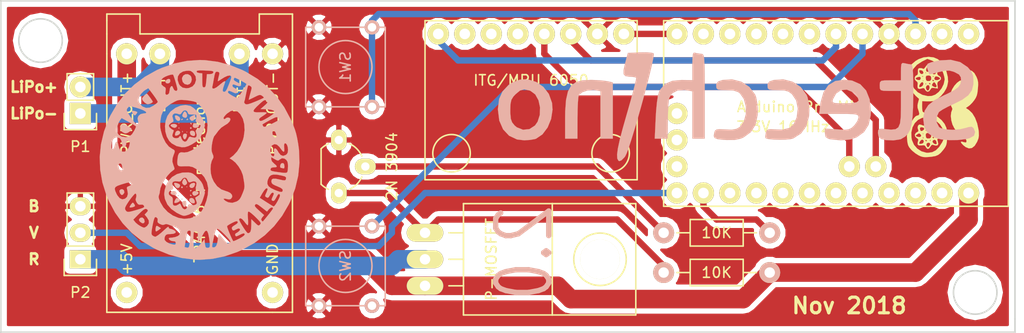
<source format=kicad_pcb>
(kicad_pcb (version 4) (host pcbnew 4.0.2+dfsg1-stable)

  (general
    (links 27)
    (no_connects 1)
    (area 93.904999 103.429999 193.3498 135.330001)
    (thickness 1.6)
    (drawings 18)
    (tracks 70)
    (zones 0)
    (modules 14)
    (nets 40)
  )

  (page USLetter)
  (title_block
    (title Stecchino)
    (date 2017-08-27)
    (rev V1.0)
    (company "Papas Inventeurs - Inventor Dads")
  )

  (layers
    (0 F.Cu signal)
    (31 B.Cu signal)
    (36 B.SilkS user)
    (37 F.SilkS user)
    (38 B.Mask user)
    (39 F.Mask user)
    (44 Edge.Cuts user)
    (45 Margin user hide)
  )

  (setup
    (last_trace_width 0.6096)
    (trace_clearance 0.1524)
    (zone_clearance 0.508)
    (zone_45_only no)
    (trace_min 0.1524)
    (segment_width 0.2)
    (edge_width 0.15)
    (via_size 0.6858)
    (via_drill 0.3302)
    (via_min_size 0.6858)
    (via_min_drill 0.3302)
    (uvia_size 0.762)
    (uvia_drill 0.508)
    (uvias_allowed no)
    (uvia_min_size 0)
    (uvia_min_drill 0)
    (pcb_text_width 0.3)
    (pcb_text_size 1.5 1.5)
    (mod_edge_width 0.15)
    (mod_text_size 1 1)
    (mod_text_width 0.15)
    (pad_size 2.032 2.032)
    (pad_drill 1.016)
    (pad_to_mask_clearance 0.2)
    (aux_axis_origin 0 0)
    (visible_elements FFFEFF7F)
    (pcbplotparams
      (layerselection 0x010f0_80000001)
      (usegerberextensions true)
      (excludeedgelayer true)
      (linewidth 0.100000)
      (plotframeref false)
      (viasonmask false)
      (mode 1)
      (useauxorigin false)
      (hpglpennumber 1)
      (hpglpenspeed 20)
      (hpglpendiameter 15)
      (hpglpenoverlay 2)
      (psnegative false)
      (psa4output false)
      (plotreference true)
      (plotvalue true)
      (plotinvisibletext false)
      (padsonsilk false)
      (subtractmaskfromsilk true)
      (outputformat 1)
      (mirror false)
      (drillshape 0)
      (scaleselection 1)
      (outputdirectory gerber/))
  )

  (net 0 "")
  (net 1 /LIPO-)
  (net 2 /LIPO+)
  (net 3 "Net-(P2-Pad1)")
  (net 4 /WS_DATA_IN)
  (net 5 GND)
  (net 6 "Net-(Q1-Pad2)")
  (net 7 "Net-(Q1-Pad3)")
  (net 8 +BATT)
  (net 9 /MOSFET_PIN)
  (net 10 /RESET)
  (net 11 /D3)
  (net 12 "Net-(U1-Pad5)")
  (net 13 "Net-(U1-Pad6)")
  (net 14 /ITG/MPU_VCC)
  (net 15 /I2C_SCL)
  (net 16 /I2C_SDA)
  (net 17 "Net-(U2-Pad5)")
  (net 18 "Net-(U2-Pad6)")
  (net 19 "Net-(U2-Pad7)")
  (net 20 /D2)
  (net 21 "Net-(uP1-Pad7)")
  (net 22 "Net-(uP1-Pad8)")
  (net 23 "Net-(uP1-Pad13)")
  (net 24 "Net-(uP1-Pad15)")
  (net 25 "Net-(uP1-Pad16)")
  (net 26 "Net-(uP1-Pad17)")
  (net 27 "Net-(uP1-Pad20)")
  (net 28 "Net-(uP1-Pad21)")
  (net 29 "Net-(uP1-Pad22)")
  (net 30 "Net-(uP1-Pad23)")
  (net 31 "Net-(uP1-Pad24)")
  (net 32 "Net-(uP1-Pad25)")
  (net 33 "Net-(uP1-Pad26)")
  (net 34 "Net-(uP1-Pad27)")
  (net 35 "Net-(uP1-Pad28)")
  (net 36 "Net-(uP1-Pad33)")
  (net 37 "Net-(uP1-Pad34)")
  (net 38 "Net-(uP1-Pad35)")
  (net 39 "Net-(uP1-Pad14)")

  (net_class Default "This is the default net class."
    (clearance 0.1524)
    (trace_width 0.6096)
    (via_dia 0.6858)
    (via_drill 0.3302)
    (uvia_dia 0.762)
    (uvia_drill 0.508)
    (add_net /D2)
    (add_net /D3)
    (add_net /I2C_SCL)
    (add_net /I2C_SDA)
    (add_net /ITG/MPU_VCC)
    (add_net /MOSFET_PIN)
    (add_net /RESET)
    (add_net /WS_DATA_IN)
    (add_net GND)
    (add_net "Net-(Q1-Pad2)")
    (add_net "Net-(Q1-Pad3)")
    (add_net "Net-(U1-Pad5)")
    (add_net "Net-(U1-Pad6)")
    (add_net "Net-(U2-Pad5)")
    (add_net "Net-(U2-Pad6)")
    (add_net "Net-(U2-Pad7)")
    (add_net "Net-(uP1-Pad13)")
    (add_net "Net-(uP1-Pad14)")
    (add_net "Net-(uP1-Pad15)")
    (add_net "Net-(uP1-Pad16)")
    (add_net "Net-(uP1-Pad17)")
    (add_net "Net-(uP1-Pad20)")
    (add_net "Net-(uP1-Pad21)")
    (add_net "Net-(uP1-Pad22)")
    (add_net "Net-(uP1-Pad23)")
    (add_net "Net-(uP1-Pad24)")
    (add_net "Net-(uP1-Pad25)")
    (add_net "Net-(uP1-Pad26)")
    (add_net "Net-(uP1-Pad27)")
    (add_net "Net-(uP1-Pad28)")
    (add_net "Net-(uP1-Pad33)")
    (add_net "Net-(uP1-Pad34)")
    (add_net "Net-(uP1-Pad35)")
    (add_net "Net-(uP1-Pad7)")
    (add_net "Net-(uP1-Pad8)")
  )

  (net_class Power ""
    (clearance 0.3048)
    (trace_width 1.778)
    (via_dia 0.6858)
    (via_drill 0.3302)
    (uvia_dia 0.762)
    (uvia_drill 0.508)
    (add_net +BATT)
    (add_net /LIPO+)
    (add_net /LIPO-)
    (add_net "Net-(P2-Pad1)")
  )

  (module lib_fp:LiPo_Mngmt_Board (layer F.Cu) (tedit 5BEB9357) (tstamp 59A232BB)
    (at 99.06 116.205 90)
    (path /59A0CCE9)
    (fp_text reference "TP4056 + protection" (at -4.445 13.97 90) (layer F.SilkS)
      (effects (font (size 1 1) (thickness 0.15)))
    )
    (fp_text value LiPo_Mngmt_Board (at -2.54 12.7 90) (layer F.Fab)
      (effects (font (size 1 1) (thickness 0.15)))
    )
    (fp_text user GND (at -12.065 20.955 90) (layer F.SilkS)
      (effects (font (size 1 1) (thickness 0.15)))
    )
    (fp_text user +5V (at -12.065 6.985 90) (layer F.SilkS)
      (effects (font (size 1 1) (thickness 0.15)))
    )
    (fp_text user PWR_OUT+ (at 1.905 6.985 90) (layer F.SilkS)
      (effects (font (size 1 1) (thickness 0.15)))
    )
    (fp_text user PWR_OUT- (at 1.905 20.955 90) (layer F.SilkS)
      (effects (font (size 1 1) (thickness 0.15)))
    )
    (fp_text user Bat- (at 3.81 17.78 90) (layer F.SilkS)
      (effects (font (size 1 1) (thickness 0.15)))
    )
    (fp_text user Bat+ (at 3.81 10.16 90) (layer F.SilkS)
      (effects (font (size 1 1) (thickness 0.15)))
    )
    (fp_line (start 11.43 5.08) (end 11.43 8.255) (layer F.SilkS) (width 0.15))
    (fp_line (start 11.43 8.255) (end 9.525 8.255) (layer F.SilkS) (width 0.15))
    (fp_line (start 9.525 8.255) (end 9.525 19.685) (layer F.SilkS) (width 0.15))
    (fp_line (start 9.525 19.685) (end 11.43 19.685) (layer F.SilkS) (width 0.15))
    (fp_line (start 11.43 19.685) (end 11.43 22.86) (layer F.SilkS) (width 0.15))
    (fp_line (start 11.43 22.86) (end -11.43 22.86) (layer F.SilkS) (width 0.15))
    (fp_line (start -17.145 20.955) (end -17.145 5.08) (layer F.SilkS) (width 0.15))
    (fp_line (start -17.145 5.08) (end 7.62 5.08) (layer F.SilkS) (width 0.15))
    (fp_line (start 7.62 5.08) (end 9.525 5.08) (layer F.SilkS) (width 0.15))
    (fp_line (start 9.525 5.08) (end 10.795 5.08) (layer F.SilkS) (width 0.15))
    (fp_line (start 10.795 5.08) (end 11.43 5.08) (layer F.SilkS) (width 0.15))
    (fp_line (start -17.145 20.955) (end -17.145 22.86) (layer F.SilkS) (width 0.15))
    (fp_line (start -17.145 22.86) (end -11.43 22.86) (layer F.SilkS) (width 0.15))
    (pad 1 thru_hole circle (at 7.62 10.16 90) (size 2.032 2.032) (drill 1.016) (layers *.Cu *.Mask F.SilkS)
      (net 2 /LIPO+))
    (pad 2 thru_hole circle (at 7.62 17.78 90) (size 2.032 2.032) (drill 1.016) (layers *.Cu *.Mask F.SilkS)
      (net 1 /LIPO-))
    (pad 4 thru_hole circle (at 7.62 6.985 90) (size 2.032 2.032) (drill 1.016) (layers *.Cu *.Mask F.SilkS)
      (net 8 +BATT))
    (pad 3 thru_hole circle (at 7.62 20.955 90) (size 2.032 2.032) (drill 1.016) (layers *.Cu *.Mask F.SilkS)
      (net 5 GND))
    (pad 5 thru_hole circle (at -15.24 20.955 90) (size 2.032 2.032) (drill 1.016) (layers *.Cu *.Mask F.SilkS)
      (net 12 "Net-(U1-Pad5)"))
    (pad 6 thru_hole circle (at -15.24 6.985 90) (size 2.032 2.032) (drill 1.016) (layers *.Cu *.Mask F.SilkS)
      (net 13 "Net-(U1-Pad6)"))
  )

  (module lib_fp:ArduinoProMini_pins_on_3_sides_big_holes (layer F.Cu) (tedit 59AFEF5C) (tstamp 59A24229)
    (at 191.77 118.11 270)
    (path /59A0CA23)
    (fp_text reference "3.3V 16MHz" (at -2.54 22.86 360) (layer F.SilkS)
      (effects (font (size 1 1) (thickness 0.15)))
    )
    (fp_text value ARDUPROMINI_pins_on_4_sides (at 0 -0.5 270) (layer F.Fab)
      (effects (font (size 1 1) (thickness 0.15)))
    )
    (fp_text user "Arduino Pro Mini" (at -4.445 20.955 360) (layer F.SilkS)
      (effects (font (size 1 1) (thickness 0.15)))
    )
    (fp_line (start -12.7 1.27) (end -12.7 34.29) (layer F.SilkS) (width 0.15))
    (fp_line (start -12.7 34.29) (end 5.08 34.29) (layer F.SilkS) (width 0.15))
    (fp_line (start 5.08 34.29) (end 5.08 1.27) (layer F.SilkS) (width 0.15))
    (fp_line (start 5.08 1.27) (end -12.7 1.27) (layer F.SilkS) (width 0.15))
    (pad 7 thru_hole circle (at -11.43 5.08 270) (size 2.032 2.032) (drill 1.016) (layers *.Cu *.Mask F.SilkS)
      (net 21 "Net-(uP1-Pad7)"))
    (pad 8 thru_hole circle (at -11.43 7.62 270) (size 2.032 2.032) (drill 1.016) (layers *.Cu *.Mask F.SilkS)
      (net 22 "Net-(uP1-Pad8)"))
    (pad 9 thru_hole circle (at -11.43 10.16 270) (size 2.032 2.032) (drill 1.016) (layers *.Cu *.Mask F.SilkS)
      (net 10 /RESET))
    (pad 10 thru_hole circle (at -11.43 12.7 270) (size 2.032 2.032) (drill 1.016) (layers *.Cu *.Mask F.SilkS)
      (net 5 GND))
    (pad 11 thru_hole circle (at -11.43 15.24 270) (size 2.032 2.032) (drill 1.016) (layers *.Cu *.Mask F.SilkS)
      (net 20 /D2))
    (pad 12 thru_hole circle (at -11.43 17.78 270) (size 2.032 2.032) (drill 1.016) (layers *.Cu *.Mask F.SilkS)
      (net 11 /D3))
    (pad 13 thru_hole circle (at -11.43 20.32 270) (size 2.032 2.032) (drill 1.016) (layers *.Cu *.Mask F.SilkS)
      (net 23 "Net-(uP1-Pad13)"))
    (pad 14 thru_hole circle (at -11.43 22.86 270) (size 2.032 2.032) (drill 1.016) (layers *.Cu *.Mask F.SilkS)
      (net 39 "Net-(uP1-Pad14)"))
    (pad 15 thru_hole circle (at -11.43 25.4 270) (size 2.032 2.032) (drill 1.016) (layers *.Cu *.Mask F.SilkS)
      (net 24 "Net-(uP1-Pad15)"))
    (pad 16 thru_hole circle (at -11.43 27.94 270) (size 2.032 2.032) (drill 1.016) (layers *.Cu *.Mask F.SilkS)
      (net 25 "Net-(uP1-Pad16)"))
    (pad 17 thru_hole circle (at -11.43 30.48 270) (size 2.032 2.032) (drill 1.016) (layers *.Cu *.Mask F.SilkS)
      (net 26 "Net-(uP1-Pad17)"))
    (pad 18 thru_hole circle (at -11.43 33.02 270) (size 2.032 2.032) (drill 1.016) (layers *.Cu *.Mask F.SilkS)
      (net 14 /ITG/MPU_VCC))
    (pad 19 thru_hole circle (at 3.81 5.08 270) (size 2.032 2.032) (drill 1.016) (layers *.Cu *.Mask F.SilkS)
      (net 8 +BATT))
    (pad 20 thru_hole circle (at 3.81 7.62 270) (size 2.032 2.032) (drill 1.016) (layers *.Cu *.Mask F.SilkS)
      (net 27 "Net-(uP1-Pad20)"))
    (pad 21 thru_hole circle (at 3.81 10.16 270) (size 2.032 2.032) (drill 1.016) (layers *.Cu *.Mask F.SilkS)
      (net 28 "Net-(uP1-Pad21)"))
    (pad 22 thru_hole circle (at 3.81 12.7 270) (size 2.032 2.032) (drill 1.016) (layers *.Cu *.Mask F.SilkS)
      (net 29 "Net-(uP1-Pad22)"))
    (pad 23 thru_hole circle (at 3.81 15.24 270) (size 2.032 2.032) (drill 1.016) (layers *.Cu *.Mask F.SilkS)
      (net 30 "Net-(uP1-Pad23)"))
    (pad 24 thru_hole circle (at 3.81 17.78 270) (size 2.032 2.032) (drill 1.016) (layers *.Cu *.Mask F.SilkS)
      (net 31 "Net-(uP1-Pad24)"))
    (pad 25 thru_hole circle (at 3.81 20.32 270) (size 2.032 2.032) (drill 1.016) (layers *.Cu *.Mask F.SilkS)
      (net 32 "Net-(uP1-Pad25)"))
    (pad 26 thru_hole circle (at 3.81 22.86 270) (size 2.032 2.032) (drill 1.016) (layers *.Cu *.Mask F.SilkS)
      (net 33 "Net-(uP1-Pad26)"))
    (pad 27 thru_hole circle (at 3.81 25.4 270) (size 2.032 2.032) (drill 1.016) (layers *.Cu *.Mask F.SilkS)
      (net 34 "Net-(uP1-Pad27)"))
    (pad 28 thru_hole circle (at 3.81 27.94 270) (size 2.032 2.032) (drill 1.016) (layers *.Cu *.Mask F.SilkS)
      (net 35 "Net-(uP1-Pad28)"))
    (pad 29 thru_hole circle (at 3.81 30.48 270) (size 2.032 2.032) (drill 1.016) (layers *.Cu *.Mask F.SilkS)
      (net 9 /MOSFET_PIN))
    (pad 30 thru_hole circle (at 3.81 33.02 270) (size 2.032 2.032) (drill 1.016) (layers *.Cu *.Mask F.SilkS)
      (net 4 /WS_DATA_IN))
    (pad 31 thru_hole circle (at 1.27 13.97 270) (size 2.032 2.032) (drill 1.016) (layers *.Cu *.Mask F.SilkS)
      (net 15 /I2C_SCL))
    (pad 32 thru_hole circle (at 1.27 16.51 270) (size 2.032 2.032) (drill 1.016) (layers *.Cu *.Mask F.SilkS)
      (net 16 /I2C_SDA))
    (pad 33 thru_hole circle (at 1.27 33.02 270) (size 2.032 2.032) (drill 1.016) (layers *.Cu *.Mask F.SilkS)
      (net 36 "Net-(uP1-Pad33)"))
    (pad 34 thru_hole circle (at -1.27 33.02 270) (size 2.032 2.032) (drill 1.016) (layers *.Cu *.Mask F.SilkS)
      (net 37 "Net-(uP1-Pad34)"))
    (pad 35 thru_hole circle (at -3.81 33.02 270) (size 2.032 2.032) (drill 1.016) (layers *.Cu *.Mask F.SilkS)
      (net 38 "Net-(uP1-Pad35)"))
  )

  (module TO_SOT_Packages_THT:TO-92_Molded_Wide_Oval (layer F.Cu) (tedit 59AFEF92) (tstamp 59A2328D)
    (at 126.365 116.84 270)
    (descr "TO-92 leads molded, wide, oval pads, drill 0.8mm (see NXP sot054_po.pdf)")
    (tags "to-92 sc-43 sc-43a sot54 PA33 transistor")
    (path /59A0CE88)
    (fp_text reference "2N 3904" (at 2.54 -5.08 270) (layer F.SilkS)
      (effects (font (size 1 1) (thickness 0.15)))
    )
    (fp_text value 2N3904 (at 0 3 270) (layer F.Fab)
      (effects (font (size 1 1) (thickness 0.15)))
    )
    (fp_arc (start 2.54 0) (end 0.34 -1) (angle 41.11209044) (layer F.SilkS) (width 0.15))
    (fp_arc (start 2.54 0) (end 4.74 -1) (angle -41.11210221) (layer F.SilkS) (width 0.15))
    (fp_arc (start 2.54 0) (end 0.84 1.7) (angle 20.5) (layer F.SilkS) (width 0.15))
    (fp_arc (start 2.54 0) (end 4.24 1.7) (angle -20.5) (layer F.SilkS) (width 0.15))
    (fp_line (start -1.25 1.95) (end -1.25 -3.8) (layer F.CrtYd) (width 0.05))
    (fp_line (start -1.25 1.95) (end 6.35 1.95) (layer F.CrtYd) (width 0.05))
    (fp_line (start 0.84 1.7) (end 4.24 1.7) (layer F.SilkS) (width 0.15))
    (fp_line (start -1.25 -3.8) (end 6.35 -3.8) (layer F.CrtYd) (width 0.05))
    (fp_line (start 6.35 1.95) (end 6.35 -3.8) (layer F.CrtYd) (width 0.05))
    (pad 2 thru_hole oval (at 2.54 -2.54) (size 1.99898 1.50114) (drill 0.8) (layers *.Cu *.Mask F.SilkS)
      (net 6 "Net-(Q1-Pad2)"))
    (pad 1 thru_hole oval (at 0 0) (size 1.50114 1.99898) (drill 0.8) (layers *.Cu *.Mask F.SilkS)
      (net 5 GND))
    (pad 3 thru_hole oval (at 5.08 0) (size 1.50114 1.99898) (drill 0.8) (layers *.Cu *.Mask F.SilkS)
      (net 7 "Net-(Q1-Pad3)"))
    (model TO_SOT_Packages_THT.3dshapes/TO-92_Molded_Wide_Oval.wrl
      (at (xyz 0.1 0 0))
      (scale (xyz 1 1 1))
      (rotate (xyz 0 0 -90))
    )
  )

  (module TO_SOT_Packages_THT:TO-220_Neutral123_Horizontal_LargePads (layer F.Cu) (tedit 59AFEEF9) (tstamp 59A23295)
    (at 134.62 128.27 270)
    (descr "TO-220, Neutral, Horizontal, Large Pads,")
    (tags "TO-220, Neutral, Horizontal, Large Pads,")
    (path /59A0CEE9)
    (fp_text reference P-MOSFET (at 0 -6.35 450) (layer F.SilkS)
      (effects (font (size 1 1) (thickness 0.15)))
    )
    (fp_text value IRF9540 (at -0.20066 4.24942 270) (layer F.Fab)
      (effects (font (size 1 1) (thickness 0.15)))
    )
    (fp_line (start -2.54 -3.683) (end -2.54 -2.286) (layer F.SilkS) (width 0.15))
    (fp_line (start 0 -3.683) (end 0 -2.286) (layer F.SilkS) (width 0.15))
    (fp_line (start 2.54 -3.683) (end 2.54 -2.286) (layer F.SilkS) (width 0.15))
    (fp_circle (center 0 -16.764) (end 1.778 -14.986) (layer F.SilkS) (width 0.15))
    (fp_line (start 5.334 -12.192) (end 5.334 -20.193) (layer F.SilkS) (width 0.15))
    (fp_line (start 5.334 -20.193) (end -5.334 -20.193) (layer F.SilkS) (width 0.15))
    (fp_line (start -5.334 -20.193) (end -5.334 -12.192) (layer F.SilkS) (width 0.15))
    (fp_line (start 5.334 -3.683) (end 5.334 -12.192) (layer F.SilkS) (width 0.15))
    (fp_line (start 5.334 -12.192) (end -5.334 -12.192) (layer F.SilkS) (width 0.15))
    (fp_line (start -5.334 -12.192) (end -5.334 -3.683) (layer F.SilkS) (width 0.15))
    (fp_line (start 0 -3.683) (end -5.334 -3.683) (layer F.SilkS) (width 0.15))
    (fp_line (start 0 -3.683) (end 5.334 -3.683) (layer F.SilkS) (width 0.15))
    (pad 2 thru_hole oval (at 0 0) (size 3.50012 1.69926) (drill 1.00076) (layers *.Cu *.Mask F.SilkS)
      (net 3 "Net-(P2-Pad1)"))
    (pad 1 thru_hole oval (at -2.54 0) (size 3.50012 1.69926) (drill 1.00076) (layers *.Cu *.Mask F.SilkS)
      (net 7 "Net-(Q1-Pad3)"))
    (pad 3 thru_hole oval (at 2.54 0) (size 3.50012 1.69926) (drill 1.00076) (layers *.Cu *.Mask F.SilkS)
      (net 8 +BATT))
    (pad "" np_thru_hole circle (at 0 -16.764) (size 3.79984 3.79984) (drill 3.79984) (layers *.Cu *.Mask F.SilkS))
    (model TO_SOT_Packages_THT.3dshapes/TO-220_Neutral123_Horizontal_LargePads.wrl
      (at (xyz 0 0 0))
      (scale (xyz 0.3937 0.3937 0.3937))
      (rotate (xyz 0 0 0))
    )
  )

  (module Resistors_ThroughHole:Resistor_Horizontal_RM10mm (layer F.Cu) (tedit 59AFEEAF) (tstamp 59A2329B)
    (at 157.48 125.73)
    (descr "Resistor, Axial,  RM 10mm, 1/3W")
    (tags "Resistor Axial RM 10mm 1/3W")
    (path /59A0CF9F)
    (fp_text reference 10K (at 5.08 0) (layer F.SilkS)
      (effects (font (size 1 1) (thickness 0.15)))
    )
    (fp_text value 10K (at 5.08 -2.54) (layer F.Fab)
      (effects (font (size 1 1) (thickness 0.15)))
    )
    (fp_line (start -1.25 -1.5) (end 11.4 -1.5) (layer F.CrtYd) (width 0.05))
    (fp_line (start -1.25 1.5) (end -1.25 -1.5) (layer F.CrtYd) (width 0.05))
    (fp_line (start 11.4 -1.5) (end 11.4 1.5) (layer F.CrtYd) (width 0.05))
    (fp_line (start -1.25 1.5) (end 11.4 1.5) (layer F.CrtYd) (width 0.05))
    (fp_line (start 2.54 -1.27) (end 7.62 -1.27) (layer F.SilkS) (width 0.15))
    (fp_line (start 7.62 -1.27) (end 7.62 1.27) (layer F.SilkS) (width 0.15))
    (fp_line (start 7.62 1.27) (end 2.54 1.27) (layer F.SilkS) (width 0.15))
    (fp_line (start 2.54 1.27) (end 2.54 -1.27) (layer F.SilkS) (width 0.15))
    (fp_line (start 2.54 0) (end 1.27 0) (layer F.SilkS) (width 0.15))
    (fp_line (start 7.62 0) (end 8.89 0) (layer F.SilkS) (width 0.15))
    (pad 1 thru_hole circle (at 0 0) (size 1.99898 1.99898) (drill 1.00076) (layers *.Cu *.SilkS *.Mask)
      (net 6 "Net-(Q1-Pad2)"))
    (pad 2 thru_hole circle (at 10.16 0) (size 1.99898 1.99898) (drill 1.00076) (layers *.Cu *.SilkS *.Mask)
      (net 9 /MOSFET_PIN))
    (model Resistors_ThroughHole.3dshapes/Resistor_Horizontal_RM10mm.wrl
      (at (xyz 0 0 0))
      (scale (xyz 0.4 0.4 0.4))
      (rotate (xyz 0 0 0))
    )
  )

  (module Resistors_ThroughHole:Resistor_Horizontal_RM10mm (layer F.Cu) (tedit 59AFEEBA) (tstamp 59A232A1)
    (at 157.48 129.54)
    (descr "Resistor, Axial,  RM 10mm, 1/3W")
    (tags "Resistor Axial RM 10mm 1/3W")
    (path /59A0CF4C)
    (fp_text reference 10K (at 5.08 0) (layer F.SilkS)
      (effects (font (size 1 1) (thickness 0.15)))
    )
    (fp_text value 10K (at 5.08 -2.54) (layer F.Fab)
      (effects (font (size 1 1) (thickness 0.15)))
    )
    (fp_line (start -1.25 -1.5) (end 11.4 -1.5) (layer F.CrtYd) (width 0.05))
    (fp_line (start -1.25 1.5) (end -1.25 -1.5) (layer F.CrtYd) (width 0.05))
    (fp_line (start 11.4 -1.5) (end 11.4 1.5) (layer F.CrtYd) (width 0.05))
    (fp_line (start -1.25 1.5) (end 11.4 1.5) (layer F.CrtYd) (width 0.05))
    (fp_line (start 2.54 -1.27) (end 7.62 -1.27) (layer F.SilkS) (width 0.15))
    (fp_line (start 7.62 -1.27) (end 7.62 1.27) (layer F.SilkS) (width 0.15))
    (fp_line (start 7.62 1.27) (end 2.54 1.27) (layer F.SilkS) (width 0.15))
    (fp_line (start 2.54 1.27) (end 2.54 -1.27) (layer F.SilkS) (width 0.15))
    (fp_line (start 2.54 0) (end 1.27 0) (layer F.SilkS) (width 0.15))
    (fp_line (start 7.62 0) (end 8.89 0) (layer F.SilkS) (width 0.15))
    (pad 1 thru_hole circle (at 0 0) (size 1.99898 1.99898) (drill 1.00076) (layers *.Cu *.SilkS *.Mask)
      (net 7 "Net-(Q1-Pad3)"))
    (pad 2 thru_hole circle (at 10.16 0) (size 1.99898 1.99898) (drill 1.00076) (layers *.Cu *.SilkS *.Mask)
      (net 8 +BATT))
    (model Resistors_ThroughHole.3dshapes/Resistor_Horizontal_RM10mm.wrl
      (at (xyz 0 0 0))
      (scale (xyz 0.4 0.4 0.4))
      (rotate (xyz 0 0 0))
    )
  )

  (module Buttons_Switches_ThroughHole:SW_PUSH_SMALL (layer B.Cu) (tedit 59AFF3D7) (tstamp 59A232A9)
    (at 127 109.855 270)
    (path /59A0CD40)
    (fp_text reference SW1 (at 0 0 270) (layer B.SilkS)
      (effects (font (size 1 1) (thickness 0.15)) (justify mirror))
    )
    (fp_text value SW_PUSH (at 0 -1.016 270) (layer B.Fab)
      (effects (font (size 1 1) (thickness 0.15)) (justify mirror))
    )
    (fp_circle (center 0 0) (end 0 2.54) (layer B.SilkS) (width 0.15))
    (fp_line (start -3.81 3.81) (end 3.81 3.81) (layer B.SilkS) (width 0.15))
    (fp_line (start 3.81 3.81) (end 3.81 -3.81) (layer B.SilkS) (width 0.15))
    (fp_line (start 3.81 -3.81) (end -3.81 -3.81) (layer B.SilkS) (width 0.15))
    (fp_line (start -3.81 3.81) (end -3.81 -3.81) (layer B.SilkS) (width 0.15))
    (pad 1 thru_hole circle (at 3.81 2.54 270) (size 1.397 1.397) (drill 0.8128) (layers *.Cu *.Mask B.SilkS)
      (net 5 GND))
    (pad 2 thru_hole circle (at 3.81 -2.54 270) (size 1.397 1.397) (drill 0.8128) (layers *.Cu *.Mask B.SilkS)
      (net 10 /RESET))
    (pad 1 thru_hole circle (at -3.81 2.54 270) (size 1.397 1.397) (drill 0.8128) (layers *.Cu *.Mask B.SilkS)
      (net 5 GND))
    (pad 2 thru_hole circle (at -3.81 -2.54 270) (size 1.397 1.397) (drill 0.8128) (layers *.Cu *.Mask B.SilkS)
      (net 10 /RESET))
  )

  (module Buttons_Switches_ThroughHole:SW_PUSH_SMALL (layer B.Cu) (tedit 59AFF3DB) (tstamp 59A232B1)
    (at 127 128.905 270)
    (path /59A0E228)
    (fp_text reference SW2 (at 0 0 270) (layer B.SilkS)
      (effects (font (size 1 1) (thickness 0.15)) (justify mirror))
    )
    (fp_text value SW_PUSH (at 0 -1.016 270) (layer B.Fab)
      (effects (font (size 1 1) (thickness 0.15)) (justify mirror))
    )
    (fp_circle (center 0 0) (end 0 2.54) (layer B.SilkS) (width 0.15))
    (fp_line (start -3.81 3.81) (end 3.81 3.81) (layer B.SilkS) (width 0.15))
    (fp_line (start 3.81 3.81) (end 3.81 -3.81) (layer B.SilkS) (width 0.15))
    (fp_line (start 3.81 -3.81) (end -3.81 -3.81) (layer B.SilkS) (width 0.15))
    (fp_line (start -3.81 3.81) (end -3.81 -3.81) (layer B.SilkS) (width 0.15))
    (pad 1 thru_hole circle (at 3.81 2.54 270) (size 1.397 1.397) (drill 0.8128) (layers *.Cu *.Mask B.SilkS)
      (net 5 GND))
    (pad 2 thru_hole circle (at 3.81 -2.54 270) (size 1.397 1.397) (drill 0.8128) (layers *.Cu *.Mask B.SilkS)
      (net 20 /D2))
    (pad 1 thru_hole circle (at -3.81 2.54 270) (size 1.397 1.397) (drill 0.8128) (layers *.Cu *.Mask B.SilkS)
      (net 5 GND))
    (pad 2 thru_hole circle (at -3.81 -2.54 270) (size 1.397 1.397) (drill 0.8128) (layers *.Cu *.Mask B.SilkS)
      (net 20 /D2))
  )

  (module lib_fp:ITG_MPU_6050 (layer F.Cu) (tedit 5BEB926A) (tstamp 59A232C7)
    (at 144.78 118.11 180)
    (path /59A0CA70)
    (fp_text reference "ITG/MPU 6050" (at 0 6.985 180) (layer F.SilkS)
      (effects (font (size 1 1) (thickness 0.15)))
    )
    (fp_text value ITG/MPU6050 (at 0 -0.5 180) (layer F.Fab)
      (effects (font (size 1 1) (thickness 0.15)))
    )
    (fp_circle (center 7.62 0) (end 8.89 -1.27) (layer F.SilkS) (width 0.15))
    (fp_circle (center -7.62 0) (end -6.35 1.27) (layer F.SilkS) (width 0.15))
    (fp_line (start -10.16 12.7) (end 10.16 12.7) (layer F.SilkS) (width 0.15))
    (fp_line (start 10.16 12.7) (end 10.16 -2.54) (layer F.SilkS) (width 0.15))
    (fp_line (start 10.16 -2.54) (end -10.16 -2.54) (layer F.SilkS) (width 0.15))
    (fp_line (start -10.16 -2.54) (end -10.16 12.7) (layer F.SilkS) (width 0.15))
    (pad 1 thru_hole circle (at -8.89 11.43 180) (size 2.032 2.032) (drill 1.016) (layers *.Cu *.Mask F.SilkS)
      (net 14 /ITG/MPU_VCC))
    (pad 2 thru_hole circle (at -6.35 11.43 180) (size 2.032 2.032) (drill 1.016) (layers *.Cu *.Mask F.SilkS)
      (net 5 GND))
    (pad 3 thru_hole circle (at -3.81 11.43 180) (size 2.032 2.032) (drill 1.016) (layers *.Cu *.Mask F.SilkS)
      (net 15 /I2C_SCL))
    (pad 4 thru_hole circle (at -1.27 11.43 180) (size 2.032 2.032) (drill 1.016) (layers *.Cu *.Mask F.SilkS)
      (net 16 /I2C_SDA))
    (pad 5 thru_hole circle (at 1.27 11.43 180) (size 2.032 2.032) (drill 1.016) (layers *.Cu *.Mask F.SilkS)
      (net 17 "Net-(U2-Pad5)"))
    (pad 6 thru_hole circle (at 3.81 11.43 180) (size 2.032 2.032) (drill 1.016) (layers *.Cu *.Mask F.SilkS)
      (net 18 "Net-(U2-Pad6)"))
    (pad 7 thru_hole circle (at 6.35 11.43 180) (size 2.032 2.032) (drill 1.016) (layers *.Cu *.Mask F.SilkS)
      (net 19 "Net-(U2-Pad7)"))
    (pad 8 thru_hole circle (at 8.89 11.43 180) (size 2.032 2.032) (drill 1.016) (layers *.Cu *.Mask F.SilkS)
      (net 11 /D3))
  )

  (module Pin_Headers:Pin_Header_Straight_1x02 (layer F.Cu) (tedit 59AF5701) (tstamp 59A252CC)
    (at 101.6 114.3 180)
    (descr "Through hole pin header")
    (tags "pin header")
    (path /59A0D1A9)
    (fp_text reference P1 (at 0 -3.175 180) (layer F.SilkS)
      (effects (font (size 1 1) (thickness 0.15)))
    )
    (fp_text value CONN_01X02 (at 0 -3.1 180) (layer F.Fab)
      (effects (font (size 1 1) (thickness 0.15)))
    )
    (fp_line (start 1.27 1.27) (end 1.27 3.81) (layer F.SilkS) (width 0.15))
    (fp_line (start 1.55 -1.55) (end 1.55 0) (layer F.SilkS) (width 0.15))
    (fp_line (start -1.75 -1.75) (end -1.75 4.3) (layer F.CrtYd) (width 0.05))
    (fp_line (start 1.75 -1.75) (end 1.75 4.3) (layer F.CrtYd) (width 0.05))
    (fp_line (start -1.75 -1.75) (end 1.75 -1.75) (layer F.CrtYd) (width 0.05))
    (fp_line (start -1.75 4.3) (end 1.75 4.3) (layer F.CrtYd) (width 0.05))
    (fp_line (start 1.27 1.27) (end -1.27 1.27) (layer F.SilkS) (width 0.15))
    (fp_line (start -1.55 0) (end -1.55 -1.55) (layer F.SilkS) (width 0.15))
    (fp_line (start -1.55 -1.55) (end 1.55 -1.55) (layer F.SilkS) (width 0.15))
    (fp_line (start -1.27 1.27) (end -1.27 3.81) (layer F.SilkS) (width 0.15))
    (fp_line (start -1.27 3.81) (end 1.27 3.81) (layer F.SilkS) (width 0.15))
    (pad 1 thru_hole rect (at 0 0 180) (size 2.032 2.032) (drill 1.016) (layers *.Cu *.Mask F.SilkS)
      (net 1 /LIPO-))
    (pad 2 thru_hole oval (at 0 2.54 180) (size 2.032 2.032) (drill 1.016) (layers *.Cu *.Mask F.SilkS)
      (net 2 /LIPO+))
    (model Pin_Headers.3dshapes/Pin_Header_Straight_1x02.wrl
      (at (xyz 0 -0.05 0))
      (scale (xyz 1 1 1))
      (rotate (xyz 0 0 90))
    )
  )

  (module Pin_Headers:Pin_Header_Straight_1x03 (layer F.Cu) (tedit 59AF5706) (tstamp 59A252D1)
    (at 101.6 128.27 180)
    (descr "Through hole pin header")
    (tags "pin header")
    (path /59A0D14E)
    (fp_text reference P2 (at 0 -3.175 180) (layer F.SilkS)
      (effects (font (size 1 1) (thickness 0.15)))
    )
    (fp_text value CONN_01X03 (at 0 -3.1 180) (layer F.Fab)
      (effects (font (size 1 1) (thickness 0.15)))
    )
    (fp_line (start -1.75 -1.75) (end -1.75 6.85) (layer F.CrtYd) (width 0.05))
    (fp_line (start 1.75 -1.75) (end 1.75 6.85) (layer F.CrtYd) (width 0.05))
    (fp_line (start -1.75 -1.75) (end 1.75 -1.75) (layer F.CrtYd) (width 0.05))
    (fp_line (start -1.75 6.85) (end 1.75 6.85) (layer F.CrtYd) (width 0.05))
    (fp_line (start -1.27 1.27) (end -1.27 6.35) (layer F.SilkS) (width 0.15))
    (fp_line (start -1.27 6.35) (end 1.27 6.35) (layer F.SilkS) (width 0.15))
    (fp_line (start 1.27 6.35) (end 1.27 1.27) (layer F.SilkS) (width 0.15))
    (fp_line (start 1.55 -1.55) (end 1.55 0) (layer F.SilkS) (width 0.15))
    (fp_line (start 1.27 1.27) (end -1.27 1.27) (layer F.SilkS) (width 0.15))
    (fp_line (start -1.55 0) (end -1.55 -1.55) (layer F.SilkS) (width 0.15))
    (fp_line (start -1.55 -1.55) (end 1.55 -1.55) (layer F.SilkS) (width 0.15))
    (pad 1 thru_hole rect (at 0 0 180) (size 2.032 1.7272) (drill 1.016) (layers *.Cu *.Mask F.SilkS)
      (net 3 "Net-(P2-Pad1)"))
    (pad 2 thru_hole oval (at 0 2.54 180) (size 2.032 1.7272) (drill 1.016) (layers *.Cu *.Mask F.SilkS)
      (net 4 /WS_DATA_IN))
    (pad 3 thru_hole oval (at 0 5.08 180) (size 2.032 1.7272) (drill 1.016) (layers *.Cu *.Mask F.SilkS)
      (net 5 GND))
    (model Pin_Headers.3dshapes/Pin_Header_Straight_1x03.wrl
      (at (xyz 0 -0.1 0))
      (scale (xyz 1 1 1))
      (rotate (xyz 0 0 90))
    )
  )

  (module lib_fp:logo_bw_15mm (layer F.Cu) (tedit 0) (tstamp 59B2A077)
    (at 184.15 113.665 90)
    (fp_text reference G*** (at 0 0 90) (layer F.SilkS) hide
      (effects (font (thickness 0.3)))
    )
    (fp_text value LOGO (at 0.75 0 90) (layer F.SilkS) hide
      (effects (font (thickness 0.3)))
    )
    (fp_poly (pts (xy 1.064138 0.784366) (xy 1.465319 0.878863) (xy 1.685119 0.969504) (xy 2.019289 1.179078)
      (xy 2.298734 1.428718) (xy 2.487758 1.681319) (xy 2.550583 1.869162) (xy 2.571917 2.087632)
      (xy 2.618858 2.22242) (xy 2.722134 2.359102) (xy 2.729671 2.367921) (xy 2.894049 2.514589)
      (xy 3.037896 2.511628) (xy 3.165768 2.410136) (xy 3.25045 2.257907) (xy 3.214149 2.065958)
      (xy 3.145388 1.862314) (xy 3.155433 1.798415) (xy 3.251578 1.860511) (xy 3.300344 1.903501)
      (xy 3.471894 2.163137) (xy 3.528406 2.489169) (xy 3.460128 2.815371) (xy 3.440631 2.856174)
      (xy 3.232313 3.093405) (xy 2.866224 3.29928) (xy 2.613643 3.396825) (xy 2.388954 3.446873)
      (xy 2.12836 3.45696) (xy 1.768062 3.434622) (xy 1.740253 3.432277) (xy 1.358556 3.389572)
      (xy 1.083482 3.326342) (xy 0.852326 3.223523) (xy 0.664679 3.10529) (xy 0.401084 2.897766)
      (xy 0.168798 2.66919) (xy 0.081039 2.559377) (xy -0.108946 2.282421) (xy -0.31165 2.580727)
      (xy -0.614891 2.894019) (xy -1.051666 3.160216) (xy -1.589335 3.364775) (xy -2.195257 3.493153)
      (xy -2.413 3.517029) (xy -2.759289 3.528258) (xy -3.036724 3.481946) (xy -3.340745 3.36155)
      (xy -3.358767 3.353095) (xy -3.732313 3.122795) (xy -3.93946 2.863282) (xy -3.979907 2.575736)
      (xy -3.853354 2.261335) (xy -3.689769 2.05221) (xy -3.486308 1.856528) (xy -3.363995 1.796846)
      (xy -3.329843 1.872997) (xy -3.381063 2.059593) (xy -3.421111 2.258827) (xy -3.375358 2.335322)
      (xy -3.225888 2.341665) (xy -3.040598 2.25087) (xy -2.883578 2.102517) (xy -2.828005 1.997277)
      (xy -2.663239 1.708377) (xy -2.337155 1.391222) (xy -2.032 1.166203) (xy -1.692242 0.996306)
      (xy -1.292344 0.885343) (xy -0.889389 0.84151) (xy -0.54046 0.873005) (xy -0.384282 0.929577)
      (xy -0.207104 0.991311) (xy -0.046112 0.937141) (xy 0.011145 0.899189) (xy 0.282075 0.792219)
      (xy 0.651398 0.754714) (xy 1.064138 0.784366)) (layer F.SilkS) (width 0.01))
    (fp_poly (pts (xy 3.207723 -3.416019) (xy 3.637806 -3.251858) (xy 4.041643 -2.952356) (xy 4.39485 -2.53376)
      (xy 4.572659 -2.231541) (xy 4.735969 -1.771608) (xy 4.790853 -1.282732) (xy 4.73762 -0.81701)
      (xy 4.576576 -0.426538) (xy 4.561896 -0.404284) (xy 4.299919 -0.078034) (xy 3.999714 0.158532)
      (xy 3.608384 0.342197) (xy 3.373488 0.422102) (xy 2.845019 0.552919) (xy 2.399204 0.57718)
      (xy 1.986383 0.494003) (xy 1.735667 0.393001) (xy 1.383613 0.180805) (xy 1.051149 -0.102231)
      (xy 0.776326 -0.415737) (xy 0.597196 -0.71934) (xy 0.55444 -0.860233) (xy 0.528402 -1.130864)
      (xy 0.525493 -1.382961) (xy 1.031114 -1.382961) (xy 1.041007 -1.001994) (xy 1.166371 -0.650519)
      (xy 1.422555 -0.319816) (xy 1.771293 -0.039804) (xy 2.174319 0.159598) (xy 2.593368 0.248471)
      (xy 2.642657 0.250283) (xy 2.851595 0.222214) (xy 3.137308 0.14627) (xy 3.31999 0.083095)
      (xy 3.822355 -0.173323) (xy 4.18651 -0.512955) (xy 4.429991 -0.952544) (xy 4.443981 -0.990303)
      (xy 4.596285 -1.413844) (xy 4.351011 -1.909341) (xy 4.030064 -2.405062) (xy 3.635711 -2.758117)
      (xy 3.181871 -2.96191) (xy 2.682459 -3.009849) (xy 2.219867 -2.919037) (xy 1.759943 -2.684689)
      (xy 1.395976 -2.330179) (xy 1.146767 -1.886079) (xy 1.031114 -1.382961) (xy 0.525493 -1.382961)
      (xy 0.524732 -1.448909) (xy 0.528011 -1.524) (xy 0.550333 -1.905) (xy 0.084667 -1.915267)
      (xy -0.194199 -1.906505) (xy -0.410056 -1.872978) (xy -0.486833 -1.8414) (xy -0.554188 -1.708709)
      (xy -0.590579 -1.482954) (xy -0.592667 -1.413365) (xy -0.673653 -0.949926) (xy -0.907319 -0.483891)
      (xy -1.279726 -0.042863) (xy -1.289298 -0.033722) (xy -1.638731 0.243671) (xy -2.011356 0.414656)
      (xy -2.450458 0.492136) (xy -2.999327 0.489014) (xy -3.034981 0.486663) (xy -3.38781 0.455932)
      (xy -3.632249 0.408454) (xy -3.829192 0.323431) (xy -4.039536 0.180066) (xy -4.124739 0.114481)
      (xy -4.413414 -0.133163) (xy -4.601334 -0.368346) (xy -4.714482 -0.643077) (xy -4.778844 -1.009361)
      (xy -4.800435 -1.237911) (xy -4.806626 -1.353836) (xy -4.402667 -1.353836) (xy -4.346702 -0.946735)
      (xy -4.168591 -0.595598) (xy -3.853012 -0.280228) (xy -3.384643 0.019573) (xy -3.344333 0.041247)
      (xy -3.0204 0.182344) (xy -2.725223 0.225249) (xy -2.403282 0.169055) (xy -2.01407 0.019517)
      (xy -1.663112 -0.212984) (xy -1.353153 -0.557296) (xy -1.121071 -0.960259) (xy -1.003741 -1.368714)
      (xy -0.997297 -1.446225) (xy -1.052985 -1.90672) (xy -1.247754 -2.301195) (xy -1.559362 -2.615093)
      (xy -1.965567 -2.833857) (xy -2.444127 -2.942931) (xy -2.972799 -2.927758) (xy -3.193533 -2.883585)
      (xy -3.635831 -2.691871) (xy -4.001869 -2.37577) (xy -4.263746 -1.970581) (xy -4.393563 -1.511601)
      (xy -4.402667 -1.353836) (xy -4.806626 -1.353836) (xy -4.819007 -1.585636) (xy -4.800466 -1.835249)
      (xy -4.734441 -2.055847) (xy -4.650231 -2.238397) (xy -4.463219 -2.538401) (xy -4.217676 -2.841563)
      (xy -4.10275 -2.957597) (xy -3.885107 -3.140024) (xy -3.6841 -3.247528) (xy -3.430611 -3.309012)
      (xy -3.188875 -3.339724) (xy -2.82497 -3.363687) (xy -2.519694 -3.337957) (xy -2.182014 -3.252181)
      (xy -2.052794 -3.210543) (xy -1.717976 -3.075155) (xy -1.392626 -2.902729) (xy -1.114091 -2.717966)
      (xy -0.919718 -2.545566) (xy -0.846897 -2.413) (xy -0.800835 -2.236791) (xy -0.665369 -2.178611)
      (xy -0.420846 -2.232421) (xy -0.347921 -2.259686) (xy -0.075132 -2.34589) (xy 0.159182 -2.351191)
      (xy 0.388558 -2.301864) (xy 0.762828 -2.201762) (xy 1.057579 -2.528017) (xy 1.366225 -2.7948)
      (xy 1.779694 -3.052324) (xy 2.235138 -3.267646) (xy 2.669711 -3.407828) (xy 2.775778 -3.428596)
      (xy 3.207723 -3.416019)) (layer F.SilkS) (width 0.01))
    (fp_poly (pts (xy -2.496244 -2.506454) (xy -2.444135 -2.422234) (xy -2.35161 -2.276456) (xy -2.241162 -2.268442)
      (xy -2.186118 -2.294143) (xy -1.987032 -2.341861) (xy -1.803005 -2.3) (xy -1.699171 -2.187914)
      (xy -1.693333 -2.147729) (xy -1.731951 -1.96851) (xy -1.776347 -1.865756) (xy -1.806207 -1.731547)
      (xy -1.707572 -1.613557) (xy -1.649347 -1.573037) (xy -1.474799 -1.403127) (xy -1.463451 -1.24046)
      (xy -1.615493 -1.102246) (xy -1.64399 -1.088456) (xy -1.782022 -0.996371) (xy -1.8186 -0.855305)
      (xy -1.802489 -0.710771) (xy -1.810554 -0.470327) (xy -1.923473 -0.359234) (xy -2.127443 -0.387715)
      (xy -2.195086 -0.41999) (xy -2.333526 -0.46584) (xy -2.424056 -0.389047) (xy -2.469292 -0.29951)
      (xy -2.615038 -0.123401) (xy -2.799999 -0.096706) (xy -2.9464 -0.186267) (xy -3.036582 -0.333593)
      (xy -3.048 -0.39353) (xy -3.086328 -0.455176) (xy -3.225383 -0.435487) (xy -3.308415 -0.408411)
      (xy -3.559337 -0.364446) (xy -3.694741 -0.441207) (xy -3.701974 -0.553863) (xy -3.593753 -0.553863)
      (xy -3.514873 -0.509819) (xy -3.489772 -0.509297) (xy -3.486571 -0.510005) (xy -2.93595 -0.510005)
      (xy -2.883953 -0.348545) (xy -2.761409 -0.193141) (xy -2.655455 -0.205823) (xy -2.573628 -0.385585)
      (xy -2.572487 -0.390088) (xy -2.571464 -0.590334) (xy -2.659679 -0.702425) (xy -2.798435 -0.693145)
      (xy -2.865765 -0.641816) (xy -2.93595 -0.510005) (xy -3.486571 -0.510005) (xy -3.290701 -0.553316)
      (xy -3.226163 -0.585419) (xy -3.151373 -0.707284) (xy -3.157464 -0.730315) (xy -2.37369 -0.730315)
      (xy -2.318118 -0.598036) (xy -2.264833 -0.564074) (xy -2.096542 -0.522794) (xy -1.937085 -0.518838)
      (xy -1.862788 -0.553756) (xy -1.862667 -0.5559) (xy -1.925885 -0.732202) (xy -2.070371 -0.881407)
      (xy -2.204312 -0.931334) (xy -2.331397 -0.867858) (xy -2.37369 -0.730315) (xy -3.157464 -0.730315)
      (xy -3.187524 -0.843955) (xy -3.191778 -0.846667) (xy -3.005667 -0.846667) (xy -2.998954 -0.768648)
      (xy -2.96833 -0.762) (xy -2.882112 -0.823461) (xy -2.878667 -0.846667) (xy -2.624667 -0.846667)
      (xy -2.560238 -0.764461) (xy -2.54 -0.762) (xy -2.457794 -0.82643) (xy -2.455333 -0.846667)
      (xy -2.519763 -0.928874) (xy -2.54 -0.931334) (xy -2.622207 -0.866905) (xy -2.624667 -0.846667)
      (xy -2.878667 -0.846667) (xy -2.907554 -0.929133) (xy -2.916003 -0.931334) (xy -2.988289 -0.872005)
      (xy -3.005667 -0.846667) (xy -3.191778 -0.846667) (xy -3.304525 -0.918534) (xy -3.355689 -0.916425)
      (xy -3.491503 -0.822166) (xy -3.564883 -0.6985) (xy -3.593753 -0.553863) (xy -3.701974 -0.553863)
      (xy -3.706961 -0.631531) (xy -3.671875 -0.747983) (xy -3.626404 -0.919647) (xy -3.680473 -1.029071)
      (xy -3.830116 -1.127894) (xy -4.009268 -1.276887) (xy -4.015416 -1.358654) (xy -3.885842 -1.358654)
      (xy -3.829758 -1.272025) (xy -3.77109 -1.224917) (xy -3.580862 -1.130615) (xy -3.51524 -1.157112)
      (xy -3.273778 -1.157112) (xy -3.262156 -1.106777) (xy -3.217333 -1.100667) (xy -3.147643 -1.131645)
      (xy -3.160889 -1.157112) (xy -3.261369 -1.167245) (xy -3.273778 -1.157112) (xy -3.51524 -1.157112)
      (xy -3.461284 -1.178898) (xy -3.429 -1.31823) (xy -3.46989 -1.413222) (xy -3.032835 -1.413222)
      (xy -3.028349 -1.171051) (xy -2.903893 -1.045041) (xy -2.730982 -1.031497) (xy -2.563171 -1.078892)
      (xy -2.532525 -1.143) (xy -2.286 -1.143) (xy -2.243667 -1.100667) (xy -2.201333 -1.143)
      (xy -2.243667 -1.185334) (xy -2.286 -1.143) (xy -2.532525 -1.143) (xy -2.50275 -1.205283)
      (xy -2.497667 -1.312334) (xy -2.500025 -1.332528) (xy -2.100736 -1.332528) (xy -2.063117 -1.217701)
      (xy -1.924541 -1.186347) (xy -1.735424 -1.246042) (xy -1.693333 -1.271297) (xy -1.608917 -1.351061)
      (xy -1.675924 -1.427452) (xy -1.693333 -1.439228) (xy -1.890466 -1.503551) (xy -2.046423 -1.441006)
      (xy -2.100736 -1.332528) (xy -2.500025 -1.332528) (xy -2.518682 -1.49227) (xy -2.565989 -1.524)
      (xy -2.286 -1.524) (xy -2.255022 -1.45431) (xy -2.229556 -1.467556) (xy -2.219423 -1.568036)
      (xy -2.229556 -1.580445) (xy -2.27989 -1.568823) (xy -2.286 -1.524) (xy -2.565989 -1.524)
      (xy -2.617553 -1.558585) (xy -2.750507 -1.566334) (xy -2.956874 -1.526069) (xy -3.032835 -1.413222)
      (xy -3.46989 -1.413222) (xy -3.491751 -1.464004) (xy -3.645272 -1.502554) (xy -3.81 -1.437619)
      (xy -3.885842 -1.358654) (xy -4.015416 -1.358654) (xy -4.019912 -1.418449) (xy -3.891305 -1.524)
      (xy -3.302 -1.524) (xy -3.273113 -1.441535) (xy -3.264664 -1.439334) (xy -3.192378 -1.498663)
      (xy -3.175 -1.524) (xy -3.181713 -1.602019) (xy -3.212337 -1.608667) (xy -3.298555 -1.547207)
      (xy -3.302 -1.524) (xy -3.891305 -1.524) (xy -3.862073 -1.547991) (xy -3.827757 -1.564354)
      (xy -3.709483 -1.645947) (xy -3.675676 -1.78028) (xy -3.695664 -1.965112) (xy -3.698185 -2.135707)
      (xy -3.553921 -2.135707) (xy -3.545713 -1.990542) (xy -3.492615 -1.843412) (xy -3.461016 -1.80155)
      (xy -3.315759 -1.743186) (xy -3.180368 -1.797502) (xy -3.164853 -1.834445) (xy -3.019778 -1.834445)
      (xy -3.008156 -1.784111) (xy -2.963333 -1.778) (xy -2.893643 -1.808979) (xy -2.899549 -1.820334)
      (xy -2.624667 -1.820334) (xy -2.582333 -1.778) (xy -2.54 -1.820334) (xy -2.582333 -1.862667)
      (xy -2.624667 -1.820334) (xy -2.899549 -1.820334) (xy -2.906889 -1.834445) (xy -3.007369 -1.844578)
      (xy -3.019778 -1.834445) (xy -3.164853 -1.834445) (xy -3.132667 -1.91108) (xy -3.199535 -2.029901)
      (xy -3.348854 -2.146454) (xy -3.405011 -2.166332) (xy -2.897818 -2.166332) (xy -2.847308 -2.02859)
      (xy -2.73639 -1.9969) (xy -2.676426 -2.02994) (xy -2.318146 -2.02994) (xy -2.311854 -1.914955)
      (xy -2.286727 -1.864025) (xy -2.161437 -1.716035) (xy -2.042985 -1.720236) (xy -1.979849 -1.815388)
      (xy -1.946305 -2.021177) (xy -2.026955 -2.123237) (xy -2.183872 -2.107597) (xy -2.318146 -2.02994)
      (xy -2.676426 -2.02994) (xy -2.655767 -2.041323) (xy -2.55617 -2.152566) (xy -2.54 -2.195519)
      (xy -2.585097 -2.301841) (xy -2.661165 -2.417985) (xy -2.753514 -2.525923) (xy -2.810432 -2.495963)
      (xy -2.863081 -2.370667) (xy -2.897818 -2.166332) (xy -3.405011 -2.166332) (xy -3.503698 -2.201264)
      (xy -3.508101 -2.201334) (xy -3.553921 -2.135707) (xy -3.698185 -2.135707) (xy -3.699436 -2.220321)
      (xy -3.602022 -2.34079) (xy -3.396066 -2.332741) (xy -3.298237 -2.301178) (xy -3.129377 -2.271157)
      (xy -3.026036 -2.364968) (xy -3.005312 -2.403954) (xy -2.852646 -2.572679) (xy -2.664662 -2.607441)
      (xy -2.496244 -2.506454)) (layer F.SilkS) (width 0.01))
    (fp_poly (pts (xy 2.949549 -2.548321) (xy 3.004689 -2.458413) (xy 3.081364 -2.345164) (xy 3.245321 -2.307545)
      (xy 3.37021 -2.310247) (xy 3.581172 -2.307155) (xy 3.678479 -2.245976) (xy 3.711317 -2.128069)
      (xy 3.699043 -1.935773) (xy 3.649894 -1.838028) (xy 3.634962 -1.743273) (xy 3.770276 -1.621458)
      (xy 3.814809 -1.593365) (xy 3.980521 -1.471852) (xy 4.016778 -1.364463) (xy 3.982173 -1.275307)
      (xy 3.834189 -1.115785) (xy 3.725487 -1.058383) (xy 3.609151 -0.990866) (xy 3.629554 -0.869009)
      (xy 3.64725 -0.834366) (xy 3.711908 -0.61173) (xy 3.634165 -0.475153) (xy 3.425152 -0.43927)
      (xy 3.353229 -0.447823) (xy 3.146346 -0.46039) (xy 3.031409 -0.389534) (xy 2.975545 -0.289324)
      (xy 2.833908 -0.122451) (xy 2.660948 -0.100944) (xy 2.507562 -0.225717) (xy 2.478002 -0.280393)
      (xy 2.390382 -0.409032) (xy 2.249896 -0.450485) (xy 2.070588 -0.438966) (xy 1.752352 -0.401813)
      (xy 1.762309 -0.463174) (xy 2.558604 -0.463174) (xy 2.575975 -0.376188) (xy 2.656367 -0.203324)
      (xy 2.758271 -0.194376) (xy 2.864913 -0.348311) (xy 2.884043 -0.395142) (xy 2.92711 -0.584147)
      (xy 2.864762 -0.687595) (xy 2.860781 -0.690179) (xy 2.851658 -0.693117) (xy 3.118768 -0.693117)
      (xy 3.192762 -0.613834) (xy 3.388505 -0.513982) (xy 3.513157 -0.543235) (xy 3.541034 -0.695407)
      (xy 3.540722 -0.697636) (xy 3.45715 -0.855121) (xy 3.307493 -0.9223) (xy 3.159777 -0.87698)
      (xy 3.123225 -0.833831) (xy 3.118768 -0.693117) (xy 2.851658 -0.693117) (xy 2.679801 -0.748458)
      (xy 2.573306 -0.66643) (xy 2.558604 -0.463174) (xy 1.762309 -0.463174) (xy 1.795412 -0.667168)
      (xy 1.867556 -0.667168) (xy 1.897101 -0.54082) (xy 2.030749 -0.520305) (xy 2.241117 -0.629236)
      (xy 2.248651 -0.635) (xy 2.361811 -0.736153) (xy 2.341775 -0.811853) (xy 2.299549 -0.846667)
      (xy 2.455333 -0.846667) (xy 2.48422 -0.764202) (xy 2.49267 -0.762) (xy 2.564956 -0.821329)
      (xy 2.582333 -0.846667) (xy 2.878667 -0.846667) (xy 2.909645 -0.776977) (xy 2.935111 -0.790223)
      (xy 2.945244 -0.890702) (xy 2.935111 -0.903112) (xy 2.884777 -0.891489) (xy 2.878667 -0.846667)
      (xy 2.582333 -0.846667) (xy 2.57562 -0.924686) (xy 2.544997 -0.931334) (xy 2.458779 -0.869873)
      (xy 2.455333 -0.846667) (xy 2.299549 -0.846667) (xy 2.244663 -0.891917) (xy 2.109088 -0.975351)
      (xy 2.019322 -0.938143) (xy 1.969496 -0.875734) (xy 1.867556 -0.667168) (xy 1.795412 -0.667168)
      (xy 1.802827 -0.712856) (xy 1.821557 -0.928095) (xy 1.768248 -1.045745) (xy 1.646318 -1.118206)
      (xy 1.566637 -1.185334) (xy 2.159 -1.185334) (xy 2.165713 -1.107315) (xy 2.196336 -1.100667)
      (xy 2.282554 -1.162128) (xy 2.286 -1.185334) (xy 2.257113 -1.267799) (xy 2.248663 -1.27)
      (xy 2.176377 -1.210672) (xy 2.159 -1.185334) (xy 1.566637 -1.185334) (xy 1.47697 -1.260874)
      (xy 1.466817 -1.348147) (xy 1.547581 -1.348147) (xy 1.618986 -1.261831) (xy 1.819946 -1.192539)
      (xy 2.00473 -1.214683) (xy 2.076625 -1.273709) (xy 2.081998 -1.407596) (xy 2.076543 -1.413222)
      (xy 2.470499 -1.413222) (xy 2.474984 -1.171051) (xy 2.599441 -1.045041) (xy 2.772352 -1.031497)
      (xy 2.940163 -1.078892) (xy 2.970809 -1.143) (xy 3.217333 -1.143) (xy 3.259667 -1.100667)
      (xy 3.302 -1.143) (xy 3.259667 -1.185334) (xy 3.217333 -1.143) (xy 2.970809 -1.143)
      (xy 3.000583 -1.205283) (xy 3.005667 -1.312334) (xy 3.001084 -1.351577) (xy 3.345415 -1.351577)
      (xy 3.358424 -1.306144) (xy 3.44504 -1.19992) (xy 3.599735 -1.213191) (xy 3.745108 -1.280584)
      (xy 3.865124 -1.354227) (xy 3.8483 -1.410581) (xy 3.718625 -1.485257) (xy 3.520462 -1.538818)
      (xy 3.381098 -1.486818) (xy 3.345415 -1.351577) (xy 3.001084 -1.351577) (xy 2.984652 -1.49227)
      (xy 2.88578 -1.558585) (xy 2.752826 -1.566334) (xy 3.217333 -1.566334) (xy 3.259667 -1.524)
      (xy 3.302 -1.566334) (xy 3.259667 -1.608667) (xy 3.217333 -1.566334) (xy 2.752826 -1.566334)
      (xy 2.546459 -1.526069) (xy 2.470499 -1.413222) (xy 2.076543 -1.413222) (xy 1.97524 -1.517683)
      (xy 1.811544 -1.554134) (xy 1.773567 -1.547373) (xy 1.593958 -1.4606) (xy 1.547581 -1.348147)
      (xy 1.466817 -1.348147) (xy 1.456806 -1.434186) (xy 1.578456 -1.580445) (xy 2.144889 -1.580445)
      (xy 2.156511 -1.530111) (xy 2.201333 -1.524) (xy 2.271023 -1.554979) (xy 2.257778 -1.580445)
      (xy 2.157298 -1.590578) (xy 2.144889 -1.580445) (xy 1.578456 -1.580445) (xy 1.58597 -1.589478)
      (xy 1.64481 -1.621252) (xy 1.786975 -1.71365) (xy 1.797729 -1.842353) (xy 1.768354 -1.930371)
      (xy 1.736067 -2.077257) (xy 1.894784 -2.077257) (xy 1.943452 -1.954585) (xy 2.06645 -1.82782)
      (xy 2.218616 -1.780834) (xy 2.33816 -1.820334) (xy 2.455333 -1.820334) (xy 2.497667 -1.778)
      (xy 2.54 -1.820334) (xy 2.497667 -1.862667) (xy 2.878667 -1.862667) (xy 2.909645 -1.792977)
      (xy 2.935111 -1.806223) (xy 2.945244 -1.906702) (xy 2.935111 -1.919112) (xy 2.884777 -1.907489)
      (xy 2.878667 -1.862667) (xy 2.497667 -1.862667) (xy 2.455333 -1.820334) (xy 2.33816 -1.820334)
      (xy 2.338617 -1.820485) (xy 2.370667 -1.906816) (xy 2.361371 -1.923253) (xy 3.133235 -1.923253)
      (xy 3.189939 -1.808929) (xy 3.292125 -1.778) (xy 3.442015 -1.852324) (xy 3.500434 -1.964803)
      (xy 3.525821 -2.142652) (xy 3.453721 -2.19363) (xy 3.30838 -2.161026) (xy 3.173627 -2.06211)
      (xy 3.133235 -1.923253) (xy 2.361371 -1.923253) (xy 2.306282 -2.020659) (xy 2.159141 -2.129725)
      (xy 2.090635 -2.157154) (xy 2.566397 -2.157154) (xy 2.581865 -2.117425) (xy 2.696502 -2.038341)
      (xy 2.823236 -2.055764) (xy 2.878667 -2.152076) (xy 2.846326 -2.349261) (xy 2.770387 -2.500045)
      (xy 2.70598 -2.54) (xy 2.625033 -2.469379) (xy 2.570257 -2.31368) (xy 2.566397 -2.157154)
      (xy 2.090635 -2.157154) (xy 1.998265 -2.194137) (xy 1.897782 -2.180005) (xy 1.894784 -2.077257)
      (xy 1.736067 -2.077257) (xy 1.71305 -2.181964) (xy 1.784372 -2.322023) (xy 1.98581 -2.355248)
      (xy 2.075714 -2.344511) (xy 2.295048 -2.33174) (xy 2.418042 -2.399307) (xy 2.458192 -2.460676)
      (xy 2.600972 -2.59178) (xy 2.787938 -2.620899) (xy 2.949549 -2.548321)) (layer F.SilkS) (width 0.01))
  )

  (module lib_fp:Logo_Papas_Inventeurs_20mm (layer B.Cu) (tedit 0) (tstamp 59B10F17)
    (at 113.03 118.745 270)
    (fp_text reference G*** (at 0 0 270) (layer B.SilkS) hide
      (effects (font (thickness 0.3)) (justify mirror))
    )
    (fp_text value LOGO (at 0.75 0 270) (layer B.SilkS) hide
      (effects (font (thickness 0.3)) (justify mirror))
    )
    (fp_poly (pts (xy 0.943314 9.528102) (xy 2.164939 9.315229) (xy 3.373998 8.934586) (xy 3.926764 8.701891)
      (xy 5.058832 8.098025) (xy 6.075668 7.370137) (xy 6.97638 6.5191) (xy 7.760081 5.545789)
      (xy 8.425881 4.451078) (xy 8.596658 4.111288) (xy 9.077595 2.929868) (xy 9.397109 1.726678)
      (xy 9.55207 0.514975) (xy 9.567334 0) (xy 9.483348 -1.211306) (xy 9.233477 -2.419739)
      (xy 8.820852 -3.612043) (xy 8.596658 -4.111288) (xy 7.96519 -5.241015) (xy 7.215563 -6.249596)
      (xy 6.348667 -7.136155) (xy 5.365391 -7.89982) (xy 4.266623 -8.539715) (xy 3.926764 -8.70189)
      (xy 2.734487 -9.155175) (xy 1.516037 -9.442913) (xy 0.279483 -9.564005) (xy -0.967102 -9.517358)
      (xy -1.524 -9.442207) (xy -2.062187 -9.346549) (xy -2.500465 -9.248174) (xy -2.898695 -9.1287)
      (xy -3.316736 -8.969746) (xy -3.814449 -8.752931) (xy -3.910224 -8.709482) (xy -4.974393 -8.142969)
      (xy -1.575584 -8.142969) (xy -1.571531 -8.263264) (xy -1.435555 -8.370373) (xy -1.204936 -8.444462)
      (xy -0.967222 -8.466667) (xy -0.71336 -8.444327) (xy -0.554964 -8.356499) (xy -0.466652 -8.244621)
      (xy -0.381301 -7.994668) (xy -0.461953 -7.765236) (xy -0.705923 -7.562059) (xy -0.812274 -7.506264)
      (xy -1.000244 -7.382739) (xy -1.097118 -7.252853) (xy -1.100666 -7.229359) (xy -1.07178 -7.145288)
      (xy -0.958123 -7.116577) (xy -0.719666 -7.132922) (xy -0.482621 -7.149883) (xy -0.36969 -7.12238)
      (xy -0.338853 -7.03871) (xy -0.338666 -7.026808) (xy -0.412058 -6.893633) (xy -0.489046 -6.858)
      (xy -0.259056 -6.858) (xy -0.070355 -7.185875) (xy 0.041395 -7.394078) (xy 0.069102 -7.516635)
      (xy 0.018289 -7.611606) (xy -0.025494 -7.657589) (xy -0.155424 -7.885686) (xy -0.122002 -8.129236)
      (xy 0 -8.297333) (xy 0.170837 -8.409932) (xy 0.42158 -8.459531) (xy 0.613834 -8.46537)
      (xy 0.889301 -8.451462) (xy 1.103185 -8.417365) (xy 1.172698 -8.391601) (xy 1.224155 -8.330768)
      (xy 1.244762 -8.211203) (xy 1.234691 -8.000043) (xy 1.194114 -7.664426) (xy 1.177148 -7.542532)
      (xy 1.122162 -7.177496) (xy 1.097506 -7.058002) (xy 1.404745 -7.058002) (xy 1.413161 -7.390739)
      (xy 1.499794 -7.841598) (xy 1.579432 -8.149167) (xy 1.679678 -8.280592) (xy 1.85187 -8.268078)
      (xy 1.917772 -8.232537) (xy 1.962678 -8.145957) (xy 1.95006 -7.959737) (xy 1.881417 -7.657142)
      (xy 1.801974 -7.275002) (xy 1.803746 -7.027475) (xy 1.891107 -6.898282) (xy 2.068432 -6.871141)
      (xy 2.091999 -6.873496) (xy 2.227337 -6.911376) (xy 2.333839 -7.01239) (xy 2.440429 -7.213326)
      (xy 2.529163 -7.4295) (xy 2.671587 -7.748632) (xy 2.794286 -7.918569) (xy 2.88702 -7.958667)
      (xy 3.020566 -7.934935) (xy 3.075741 -7.84678) (xy 3.052745 -7.668758) (xy 2.951778 -7.375428)
      (xy 2.892759 -7.227826) (xy 2.706993 -6.835855) (xy 2.519908 -6.594826) (xy 2.307085 -6.487928)
      (xy 2.044104 -6.498352) (xy 1.893407 -6.539922) (xy 1.640408 -6.655454) (xy 1.479007 -6.820527)
      (xy 1.404745 -7.058002) (xy 1.097506 -7.058002) (xy 1.075308 -6.950428) (xy 1.025177 -6.831092)
      (xy 0.960357 -6.789256) (xy 0.89345 -6.790802) (xy 0.766227 -6.852839) (xy 0.72128 -7.019108)
      (xy 0.719667 -7.083489) (xy 0.700206 -7.31971) (xy 0.634879 -7.397428) (xy 0.513275 -7.318981)
      (xy 0.379501 -7.159894) (xy 0.14654 -6.928007) (xy -0.05491 -6.858) (xy -0.259056 -6.858)
      (xy -0.489046 -6.858) (xy -0.598053 -6.807548) (xy -0.845379 -6.772995) (xy -1.102765 -6.794413)
      (xy -1.318938 -6.876245) (xy -1.390681 -6.935684) (xy -1.508524 -7.164095) (xy -1.458647 -7.400241)
      (xy -1.242283 -7.640489) (xy -1.121833 -7.728651) (xy -0.86921 -7.918548) (xy -0.773326 -8.044935)
      (xy -0.834212 -8.108459) (xy -1.051897 -8.109769) (xy -1.139316 -8.099299) (xy -1.420056 -8.084643)
      (xy -1.567445 -8.132404) (xy -1.575584 -8.142969) (xy -4.974393 -8.142969) (xy -5.047373 -8.104118)
      (xy -6.06644 -7.377404) (xy -6.070055 -7.374001) (xy -4.098518 -7.374001) (xy -4.075851 -7.452911)
      (xy -4.017751 -7.506332) (xy -3.878812 -7.580115) (xy -3.818303 -7.582798) (xy -3.760727 -7.497277)
      (xy -3.649847 -7.295059) (xy -3.569765 -7.138629) (xy -2.803654 -7.138629) (xy -2.664824 -7.242302)
      (xy -2.559167 -7.292328) (xy -2.305986 -7.369767) (xy -2.155952 -7.343935) (xy -2.126288 -7.219967)
      (xy -2.142037 -7.168008) (xy -2.256729 -7.054586) (xy -2.452328 -6.984111) (xy -2.655967 -6.970764)
      (xy -2.794778 -7.028728) (xy -2.802577 -7.03945) (xy -2.803654 -7.138629) (xy -3.569765 -7.138629)
      (xy -3.505117 -7.01235) (xy -3.430691 -6.861469) (xy -3.272423 -6.526106) (xy -3.218584 -6.389883)
      (xy 2.724292 -6.389883) (xy 2.735325 -6.493942) (xy 2.844148 -6.505564) (xy 3.069141 -6.424113)
      (xy 3.177131 -6.374266) (xy 3.380701 -6.288216) (xy 3.491264 -6.283674) (xy 3.559707 -6.353099)
      (xy 3.628846 -6.500998) (xy 3.586685 -6.606437) (xy 3.410782 -6.718429) (xy 3.386667 -6.731)
      (xy 3.213415 -6.854343) (xy 3.133314 -6.977913) (xy 3.132667 -6.987174) (xy 3.172077 -7.091757)
      (xy 3.303511 -7.092738) (xy 3.546771 -6.98966) (xy 3.57144 -6.977016) (xy 3.761225 -6.89601)
      (xy 3.864196 -6.909203) (xy 3.900316 -6.951806) (xy 3.939266 -7.064685) (xy 3.882221 -7.166802)
      (xy 3.705127 -7.286528) (xy 3.543976 -7.372134) (xy 3.337351 -7.493624) (xy 3.26868 -7.586493)
      (xy 3.297289 -7.656656) (xy 3.37487 -7.700741) (xy 3.507668 -7.679844) (xy 3.72868 -7.584636)
      (xy 3.944289 -7.473698) (xy 4.219709 -7.312009) (xy 4.401698 -7.173708) (xy 4.460843 -7.081402)
      (xy 4.459742 -7.077553) (xy 4.398044 -6.963259) (xy 4.267665 -6.747339) (xy 4.09291 -6.469688)
      (xy 4.026885 -6.367047) (xy 3.633058 -5.758253) (xy 3.192362 -6.009343) (xy 2.951514 -6.16448)
      (xy 2.780401 -6.308366) (xy 2.724292 -6.389883) (xy -3.218584 -6.389883) (xy -3.186642 -6.309067)
      (xy -3.164975 -6.179897) (xy -3.19905 -6.108139) (xy -3.219415 -6.092922) (xy -3.348638 -6.024756)
      (xy -3.386666 -6.014266) (xy -3.442203 -6.084043) (xy -3.556053 -6.270934) (xy -3.708523 -6.541756)
      (xy -3.797391 -6.706348) (xy -3.968268 -7.033321) (xy -4.065651 -7.245005) (xy -4.098518 -7.374001)
      (xy -6.070055 -7.374001) (xy -6.967687 -6.529084) (xy -7.146849 -6.307286) (xy -5.718647 -6.307286)
      (xy -5.65953 -6.398597) (xy -5.637804 -6.421148) (xy -5.55041 -6.488424) (xy -5.463504 -6.477085)
      (xy -5.339188 -6.368188) (xy -5.184097 -6.194363) (xy -4.868333 -5.829633) (xy -4.85235 -6.392396)
      (xy -4.81398 -6.814065) (xy -4.725983 -7.078625) (xy -4.586255 -7.191495) (xy -4.539966 -7.196667)
      (xy -4.456585 -7.128566) (xy -4.314168 -6.946266) (xy -4.13738 -6.682767) (xy -4.049576 -6.5405)
      (xy -3.850176 -6.190289) (xy -3.744876 -5.955268) (xy -3.72567 -5.81554) (xy -3.742943 -5.7785)
      (xy -3.842438 -5.69156) (xy -3.939894 -5.707207) (xy -4.063721 -5.84237) (xy -4.204392 -6.053515)
      (xy -4.351449 -6.266868) (xy -4.470296 -6.40514) (xy -4.5161 -6.434515) (xy -4.547606 -6.35728)
      (xy -4.56361 -6.153918) (xy -4.560932 -5.867185) (xy -4.559945 -5.844721) (xy -4.554646 -5.455882)
      (xy -4.564845 -5.391587) (xy 4.234851 -5.391587) (xy 4.242479 -5.486139) (xy 4.328323 -5.637559)
      (xy 4.506389 -5.878839) (xy 4.55495 -5.941616) (xy 4.951335 -6.452046) (xy 4.730392 -6.633856)
      (xy 4.593584 -6.791739) (xy 4.55019 -6.936691) (xy 4.609606 -7.020971) (xy 4.652957 -7.027333)
      (xy 4.744369 -6.977074) (xy 4.931977 -6.842709) (xy 5.182155 -6.648852) (xy 5.302068 -6.552132)
      (xy 5.563631 -6.338476) (xy 5.769971 -6.169573) (xy 5.89001 -6.07088) (xy 5.907546 -6.056197)
      (xy 5.873035 -5.994008) (xy 5.812668 -5.937456) (xy 5.693461 -5.892203) (xy 5.543092 -5.967444)
      (xy 5.493122 -6.00732) (xy 5.291667 -6.175191) (xy 4.857984 -5.692918) (xy 4.631203 -5.449514)
      (xy 4.481652 -5.318465) (xy 4.38001 -5.28052) (xy 4.296956 -5.316426) (xy 4.291433 -5.320915)
      (xy 4.234851 -5.391587) (xy -4.564845 -5.391587) (xy -4.590837 -5.22774) (xy -4.681343 -5.154104)
      (xy -4.838986 -5.228782) (xy -5.076592 -5.445583) (xy -5.175139 -5.547687) (xy -5.456185 -5.849927)
      (xy -5.631061 -6.059544) (xy -5.713853 -6.203133) (xy -5.718647 -6.307286) (xy -7.146849 -6.307286)
      (xy -7.751373 -5.558902) (xy -8.247576 -4.745557) (xy -7.128676 -4.745557) (xy -7.06571 -4.860965)
      (xy -6.997068 -4.942105) (xy -6.916599 -4.977382) (xy -6.782517 -4.966126) (xy -6.553034 -4.907667)
      (xy -6.351743 -4.849533) (xy -6.06483 -4.770214) (xy -5.853935 -4.720254) (xy -5.759079 -4.708971)
      (xy -5.757333 -4.711149) (xy -5.792625 -4.798654) (xy -5.885189 -4.994592) (xy -6.015055 -5.256705)
      (xy -6.016259 -5.259091) (xy -6.151271 -5.535519) (xy -6.215038 -5.710205) (xy -6.215515 -5.831079)
      (xy -6.160654 -5.946071) (xy -6.136494 -5.983689) (xy -6.024999 -6.117435) (xy -5.94864 -6.146133)
      (xy -5.947665 -6.145221) (xy -5.89585 -6.04996) (xy -5.796923 -5.834083) (xy -5.667194 -5.533981)
      (xy -5.577753 -5.319898) (xy -5.425675 -4.933495) (xy -5.34152 -4.668194) (xy -5.34132 -4.666725)
      (xy 4.946784 -4.666725) (xy 4.978225 -4.762136) (xy 5.109016 -4.944062) (xy 5.315819 -5.182306)
      (xy 5.467485 -5.340535) (xy 5.73548 -5.60687) (xy 5.914005 -5.768045) (xy 6.03101 -5.840911)
      (xy 6.114445 -5.842317) (xy 6.192257 -5.789116) (xy 6.199998 -5.782172) (xy 6.280183 -5.695425)
      (xy 6.285333 -5.611579) (xy 6.200009 -5.489637) (xy 6.017428 -5.297434) (xy 5.679825 -4.953)
      (xy 6.27612 -4.946335) (xy 6.65278 -4.924584) (xy 6.886353 -4.862518) (xy 7.000442 -4.749624)
      (xy 7.021499 -4.614333) (xy 6.952299 -4.528603) (xy 6.775264 -4.389686) (xy 6.530404 -4.222486)
      (xy 6.257729 -4.051905) (xy 5.997247 -3.902846) (xy 5.788967 -3.800213) (xy 5.6729 -3.768908)
      (xy 5.666932 -3.771211) (xy 5.588983 -3.89447) (xy 5.666469 -4.063733) (xy 5.894777 -4.269698)
      (xy 5.924859 -4.291342) (xy 6.121542 -4.444578) (xy 6.24382 -4.566923) (xy 6.263526 -4.60559)
      (xy 6.186732 -4.636272) (xy 5.979594 -4.645476) (xy 5.6799 -4.631845) (xy 5.634448 -4.628184)
      (xy 5.243805 -4.608864) (xy 5.011757 -4.630021) (xy 4.946784 -4.666725) (xy -5.34132 -4.666725)
      (xy -5.317718 -4.493524) (xy -5.344816 -4.382456) (xy -5.473099 -4.266139) (xy -5.573326 -4.275602)
      (xy -5.720331 -4.317415) (xy -5.983073 -4.378601) (xy -6.310825 -4.44751) (xy -6.392333 -4.46367)
      (xy -6.713977 -4.531288) (xy -6.968701 -4.593452) (xy -7.112827 -4.639229) (xy -7.127467 -4.647668)
      (xy -7.128676 -4.745557) (xy -8.247576 -4.745557) (xy -8.417761 -4.466602) (xy -8.596658 -4.111288)
      (xy -8.905838 -3.351788) (xy -7.874 -3.351788) (xy -7.837243 -3.459735) (xy -7.743194 -3.660052)
      (xy -7.616188 -3.907305) (xy -7.48056 -4.15606) (xy -7.360644 -4.360883) (xy -7.280775 -4.476339)
      (xy -7.265801 -4.487333) (xy -7.169992 -4.444504) (xy -6.96925 -4.330213) (xy -6.700314 -4.165753)
      (xy -6.585473 -4.092995) (xy -6.303015 -3.911526) (xy -6.07913 -3.766206) (xy -5.949058 -3.67997)
      (xy -5.931356 -3.667295) (xy -5.936901 -3.573993) (xy -6.011457 -3.389547) (xy -6.055773 -3.303315)
      (xy -4.747905 -3.303315) (xy -4.655587 -3.6066) (xy -4.399684 -3.879676) (xy -3.981856 -4.117845)
      (xy -3.894666 -4.154594) (xy -3.401334 -4.279726) (xy -2.827136 -4.304029) (xy -2.227188 -4.227586)
      (xy -1.935085 -4.151704) (xy -1.326297 -3.909375) (xy -0.80863 -3.59439) (xy -0.418023 -3.229177)
      (xy -0.380063 -3.181298) (xy -0.145259 -2.873453) (xy 0.006652 -3.123252) (xy 0.26215 -3.430448)
      (xy 0.625586 -3.727356) (xy 1.038125 -3.97437) (xy 1.440929 -4.131879) (xy 1.536673 -4.153259)
      (xy 1.978065 -4.231815) (xy 2.29411 -4.27975) (xy 2.526226 -4.295808) (xy 2.715834 -4.278736)
      (xy 2.904354 -4.227276) (xy 3.133204 -4.140173) (xy 3.22812 -4.101991) (xy 3.552193 -3.96106)
      (xy 3.760266 -3.835244) (xy 3.89826 -3.690093) (xy 3.993898 -3.527452) (xy 3.994746 -3.524699)
      (xy 5.87122 -3.524699) (xy 5.893683 -3.613179) (xy 5.927834 -3.641388) (xy 6.03424 -3.646407)
      (xy 6.154839 -3.516419) (xy 6.219779 -3.409337) (xy 6.372839 -3.174189) (xy 6.502296 -3.079148)
      (xy 6.641149 -3.104729) (xy 6.688667 -3.13243) (xy 6.762806 -3.206117) (xy 6.749783 -3.314923)
      (xy 6.663827 -3.482981) (xy 6.570765 -3.694566) (xy 6.588145 -3.823163) (xy 6.606337 -3.844427)
      (xy 6.710765 -3.873898) (xy 6.845779 -3.759299) (xy 6.857332 -3.745367) (xy 6.983073 -3.572624)
      (xy 7.0469 -3.454968) (xy 7.13996 -3.397056) (xy 7.225484 -3.412097) (xy 7.308836 -3.459445)
      (xy 7.317878 -3.54134) (xy 7.249452 -3.705081) (xy 7.19924 -3.804957) (xy 7.071443 -4.081193)
      (xy 7.035944 -4.241444) (xy 7.09054 -4.310233) (xy 7.153115 -4.318) (xy 7.252562 -4.247511)
      (xy 7.390985 -4.062981) (xy 7.534115 -3.812414) (xy 7.663964 -3.544845) (xy 7.755868 -3.335726)
      (xy 7.789334 -3.232994) (xy 7.7171 -3.177344) (xy 7.528983 -3.080979) (xy 7.267863 -2.96208)
      (xy 6.976618 -2.83883) (xy 6.698125 -2.729408) (xy 6.475264 -2.651998) (xy 6.35468 -2.624667)
      (xy 6.283379 -2.694313) (xy 6.166567 -2.875735) (xy 6.046982 -3.096133) (xy 5.919636 -3.364634)
      (xy 5.87122 -3.524699) (xy 3.994746 -3.524699) (xy 4.115364 -3.133303) (xy 4.0685 -2.75001)
      (xy 3.933817 -2.480926) (xy 3.797065 -2.316398) (xy 3.7184 -2.307638) (xy 3.713375 -2.44651)
      (xy 3.746428 -2.578957) (xy 3.793963 -2.815839) (xy 3.751319 -2.971074) (xy 3.728136 -3.00229)
      (xy 3.545979 -3.122898) (xy 3.350638 -3.097213) (xy 3.171873 -2.94274) (xy 3.039446 -2.676984)
      (xy 3.014123 -2.582333) (xy 2.832159 -2.079321) (xy 2.552373 -1.709272) (xy 6.604 -1.709272)
      (xy 6.665682 -1.846142) (xy 6.836257 -2.064344) (xy 7.094013 -2.337425) (xy 7.217834 -2.457203)
      (xy 7.501049 -2.719796) (xy 7.690187 -2.878164) (xy 7.810804 -2.947925) (xy 7.888453 -2.944694)
      (xy 7.938641 -2.897687) (xy 8.013999 -2.745344) (xy 8.0166 -2.670423) (xy 7.938977 -2.575718)
      (xy 7.765134 -2.415675) (xy 7.556091 -2.243667) (xy 7.333637 -2.06237) (xy 7.175608 -1.920835)
      (xy 7.118299 -1.853157) (xy 7.191049 -1.816124) (xy 7.385673 -1.774155) (xy 7.58657 -1.745538)
      (xy 7.985761 -1.678994) (xy 8.2369 -1.585267) (xy 8.360436 -1.453962) (xy 8.382 -1.341104)
      (xy 8.379983 -1.266171) (xy 8.356962 -1.218843) (xy 8.287482 -1.20054) (xy 8.146089 -1.212683)
      (xy 7.907327 -1.25669) (xy 7.545742 -1.333982) (xy 7.217834 -1.406031) (xy 6.895214 -1.48426)
      (xy 6.707301 -1.553438) (xy 6.621353 -1.629741) (xy 6.604 -1.709272) (xy 2.552373 -1.709272)
      (xy 2.526155 -1.674597) (xy 2.083759 -1.355003) (xy 1.696579 -1.178777) (xy 1.307783 -1.079377)
      (xy 0.873855 -1.043709) (xy 0.453137 -1.070269) (xy 0.103969 -1.157555) (xy -0.025005 -1.223139)
      (xy -0.229139 -1.324219) (xy -0.400068 -1.31014) (xy -0.448338 -1.289319) (xy -0.687079 -1.196884)
      (xy -0.846666 -1.151855) (xy -1.068043 -1.138784) (xy -1.374285 -1.164679) (xy -1.708294 -1.219291)
      (xy -2.012972 -1.292372) (xy -2.231222 -1.373675) (xy -2.286 -1.41019) (xy -2.42834 -1.527247)
      (xy -2.647418 -1.691424) (xy -2.772554 -1.780749) (xy -3.081949 -2.06588) (xy -3.305193 -2.40088)
      (xy -3.473308 -2.672617) (xy -3.66974 -2.864154) (xy -3.859337 -2.947776) (xy -3.97126 -2.925989)
      (xy -4.050692 -2.796262) (xy -4.052376 -2.619202) (xy -3.979333 -2.497667) (xy -3.898146 -2.390367)
      (xy -3.943804 -2.300971) (xy -4.011814 -2.286) (xy -4.130777 -2.344868) (xy -4.30974 -2.495913)
      (xy -4.435148 -2.62491) (xy -4.674979 -2.974519) (xy -4.747905 -3.303315) (xy -6.055773 -3.303315)
      (xy -6.128187 -3.16241) (xy -6.260255 -2.941032) (xy -6.380822 -2.773866) (xy -6.461969 -2.709333)
      (xy -6.589089 -2.735498) (xy -6.616979 -2.833281) (xy -6.54782 -3.031616) (xy -6.494653 -3.143196)
      (xy -6.396135 -3.364887) (xy -6.379956 -3.488672) (xy -6.440362 -3.561256) (xy -6.44293 -3.562899)
      (xy -6.628444 -3.633396) (xy -6.765045 -3.557642) (xy -6.858 -3.386667) (xy -6.985157 -3.186483)
      (xy -7.128243 -3.133179) (xy -7.221512 -3.185734) (xy -7.222861 -3.288784) (xy -7.155221 -3.469102)
      (xy -7.14483 -3.489709) (xy -7.066893 -3.716239) (xy -7.073141 -3.89519) (xy -7.160378 -3.978129)
      (xy -7.177138 -3.979333) (xy -7.251489 -3.909765) (xy -7.363197 -3.732255) (xy -7.43178 -3.600217)
      (xy -7.571987 -3.358224) (xy -7.689722 -3.265682) (xy -7.744984 -3.270609) (xy -7.857597 -3.330087)
      (xy -7.874 -3.351788) (xy -8.905838 -3.351788) (xy -9.077595 -2.929868) (xy -9.397109 -1.726678)
      (xy -9.402443 -1.684965) (xy -8.448619 -1.684965) (xy -8.426778 -1.770297) (xy -8.383374 -1.860945)
      (xy -8.300177 -1.89052) (xy -8.130782 -1.863872) (xy -7.955646 -1.819536) (xy -7.719062 -1.764595)
      (xy -7.566607 -1.743531) (xy -7.535333 -1.751427) (xy -7.579132 -1.843226) (xy -7.685349 -2.00758)
      (xy -7.693289 -2.01893) (xy -7.911212 -2.366171) (xy -8.046364 -2.661654) (xy -8.085119 -2.873449)
      (xy -8.076009 -2.915637) (xy -8.035894 -2.995618) (xy -7.971783 -3.032411) (xy -7.852807 -3.021545)
      (xy -7.648098 -2.958547) (xy -7.326788 -2.838945) (xy -7.193935 -2.787846) (xy -6.845751 -2.644172)
      (xy -6.634928 -2.530545) (xy -6.535888 -2.430914) (xy -6.519333 -2.364512) (xy -6.549043 -2.247481)
      (xy -6.656248 -2.209504) (xy -6.86806 -2.248926) (xy -7.112 -2.328333) (xy -7.33459 -2.404611)
      (xy -7.479138 -2.449912) (xy -7.503645 -2.455333) (xy -7.538318 -2.40041) (xy -7.450115 -2.240096)
      (xy -7.243099 -1.981071) (xy -7.153849 -1.880011) (xy -6.946191 -1.613835) (xy -6.837375 -1.398222)
      (xy -6.831892 -1.254739) (xy -6.93423 -1.204951) (xy -7.016193 -1.218732) (xy -7.164686 -1.251381)
      (xy -7.425924 -1.301242) (xy -7.745575 -1.357981) (xy -7.77197 -1.362495) (xy -8.125438 -1.429554)
      (xy -8.337888 -1.494351) (xy -8.436541 -1.573837) (xy -8.448619 -1.684965) (xy -9.402443 -1.684965)
      (xy -9.55207 -0.514974) (xy -9.565929 -0.047368) (xy -8.569791 -0.047368) (xy -8.564256 -0.392502)
      (xy -8.561848 -0.465376) (xy -8.545449 -0.865328) (xy -8.524614 -1.122818) (xy -8.492106 -1.264695)
      (xy -8.440685 -1.317808) (xy -8.363115 -1.309006) (xy -8.336955 -1.299577) (xy -8.244629 -1.182267)
      (xy -8.212666 -0.974555) (xy -8.212666 -0.697228) (xy -7.577666 -0.637723) (xy -7.250086 -0.601533)
      (xy -7.057704 -0.561245) (xy -6.966562 -0.505008) (xy -6.942703 -0.420972) (xy -6.942666 -0.416109)
      (xy -6.958752 -0.334911) (xy -7.029639 -0.286356) (xy -7.189275 -0.262255) (xy -7.471607 -0.254417)
      (xy -7.614635 -0.254) (xy -8.286604 -0.254) (xy -8.313135 0.021167) (xy -8.368625 0.229414)
      (xy -8.463921 0.296333) (xy -8.523374 0.267871) (xy -8.557414 0.16303) (xy -8.569791 -0.047368)
      (xy -9.565929 -0.047368) (xy -9.567333 0) (xy -9.496654 1.019384) (xy -8.545562 1.019384)
      (xy -8.510597 0.843098) (xy -8.402743 0.688548) (xy -8.314245 0.596553) (xy -8.003546 0.386907)
      (xy -7.658588 0.342744) (xy -7.293612 0.459317) (xy -7.038607 0.681785) (xy -6.889102 1.012517)
      (xy -6.858 1.27955) (xy -6.918671 1.628284) (xy -7.001233 1.736451) (xy -5.744234 1.736451)
      (xy -5.724794 1.403255) (xy -5.717641 1.31808) (xy -5.67338 0.95518) (xy -5.610519 0.623873)
      (xy -5.541544 0.388026) (xy -5.531209 0.364335) (xy -5.343121 0.100521) (xy -5.045056 -0.174827)
      (xy -4.689124 -0.424229) (xy -4.327434 -0.610211) (xy -4.067462 -0.688396) (xy -3.319742 -0.759868)
      (xy -2.677412 -0.706517) (xy -2.12828 -0.52537) (xy -1.660152 -0.213454) (xy -1.50431 -0.063546)
      (xy -1.168909 0.340725) (xy -0.911787 0.75428) (xy -0.75002 1.142611) (xy -0.700681 1.471211)
      (xy -0.708702 1.544409) (xy -0.723782 1.801296) (xy -0.639425 1.967152) (xy -0.431664 2.065982)
      (xy -0.138673 2.115382) (xy 0.231471 2.145202) (xy 0.46347 2.11948) (xy 0.585665 2.013602)
      (xy 0.626397 1.802951) (xy 0.614006 1.462911) (xy 0.613919 1.461698) (xy 0.611047 1.018685)
      (xy 0.689014 0.660909) (xy 0.869353 0.33104) (xy 1.173496 -0.028145) (xy 1.650148 -0.443706)
      (xy 2.154661 -0.705725) (xy 2.705714 -0.818493) (xy 3.321985 -0.786298) (xy 3.894667 -0.653074)
      (xy 3.979817 -0.622073) (xy 6.775596 -0.622073) (xy 6.843755 -0.733444) (xy 7.077226 -0.826533)
      (xy 7.451683 -0.900667) (xy 7.869057 -0.95953) (xy 8.147506 -0.982785) (xy 8.314442 -0.966525)
      (xy 8.39728 -0.90684) (xy 8.423434 -0.799823) (xy 8.424334 -0.762) (xy 8.409091 -0.638858)
      (xy 8.336039 -0.567739) (xy 8.164187 -0.525638) (xy 7.958667 -0.500634) (xy 7.72361 -0.471803)
      (xy 7.592823 -0.448147) (xy 7.586913 -0.437134) (xy 7.730717 -0.365258) (xy 7.930743 -0.20716)
      (xy 8.144943 -0.004308) (xy 8.331271 0.201828) (xy 8.447679 0.369778) (xy 8.466667 0.430529)
      (xy 8.452795 0.506014) (xy 8.390352 0.55367) (xy 8.248097 0.579794) (xy 7.994789 0.590684)
      (xy 7.662334 0.592667) (xy 7.289715 0.591197) (xy 7.054711 0.581223) (xy 6.925603 0.554397)
      (xy 6.870674 0.502373) (xy 6.858204 0.416804) (xy 6.858 0.381) (xy 6.868438 0.264678)
      (xy 6.92598 0.201318) (xy 7.069965 0.174887) (xy 7.339732 0.169355) (xy 7.377418 0.169333)
      (xy 7.896836 0.169333) (xy 7.694918 0.011637) (xy 7.492827 -0.124925) (xy 7.226314 -0.279684)
      (xy 7.127816 -0.33148) (xy 6.8709 -0.489169) (xy 6.775596 -0.622073) (xy 3.979817 -0.622073)
      (xy 4.482322 -0.439124) (xy 4.925871 -0.181223) (xy 5.249114 0.142631) (xy 5.47585 0.55444)
      (xy 5.592362 0.916427) (xy 5.601296 1.0023) (xy 6.773334 1.0023) (xy 6.784734 0.910639)
      (xy 6.843622 0.863933) (xy 6.987028 0.854503) (xy 7.251983 0.874667) (xy 7.344834 0.883758)
      (xy 7.683584 0.920219) (xy 7.992412 0.958165) (xy 8.178427 0.985258) (xy 8.358819 1.036632)
      (xy 8.412362 1.13447) (xy 8.40139 1.234637) (xy 8.365818 1.389793) (xy 8.345346 1.439333)
      (xy 8.260019 1.42625) (xy 8.055411 1.392255) (xy 7.82605 1.353287) (xy 7.499159 1.297698)
      (xy 7.196023 1.246805) (xy 7.0485 1.222451) (xy 6.847627 1.159784) (xy 6.775699 1.041764)
      (xy 6.773334 1.0023) (xy 5.601296 1.0023) (xy 5.649418 1.464795) (xy 5.557912 2.02393)
      (xy 5.333757 2.564341) (xy 4.992868 3.056535) (xy 4.551161 3.471021) (xy 4.055309 3.764753)
      (xy 3.752384 3.887912) (xy 3.551928 3.932507) (xy 3.411258 3.907176) (xy 3.394031 3.898608)
      (xy 3.179441 3.82955) (xy 3.000456 3.81) (xy 2.691615 3.751027) (xy 2.314175 3.592341)
      (xy 1.911468 3.361298) (xy 1.526827 3.085249) (xy 1.203581 2.791547) (xy 1.014489 2.556355)
      (xy 0.924107 2.435666) (xy 0.827951 2.405328) (xy 0.662951 2.456246) (xy 0.57422 2.492855)
      (xy 0.195008 2.607112) (xy -0.149694 2.596051) (xy -0.452607 2.497667) (xy -0.714536 2.400103)
      (xy -0.872376 2.38866) (xy -0.972713 2.472191) (xy -1.041254 2.609505) (xy -1.273052 2.951613)
      (xy -1.652007 3.257787) (xy -2.157236 3.513009) (xy -2.434907 3.611889) (xy -2.820848 3.722024)
      (xy -3.133363 3.775444) (xy -3.454792 3.781844) (xy -3.725333 3.763872) (xy -4.2461 3.677043)
      (xy -4.671333 3.501411) (xy -5.029553 3.215712) (xy -5.349284 2.798679) (xy -5.58632 2.376413)
      (xy -5.682154 2.165358) (xy -5.732406 1.971261) (xy -5.744234 1.736451) (xy -7.001233 1.736451)
      (xy -7.111535 1.880958) (xy -7.279639 1.98879) (xy -7.662982 2.112493) (xy -8.002807 2.080708)
      (xy -8.276695 1.905959) (xy -8.462228 1.600773) (xy -8.530272 1.290071) (xy -8.545562 1.019384)
      (xy -9.496654 1.019384) (xy -9.483347 1.211306) (xy -9.233477 2.419739) (xy -9.169425 2.604821)
      (xy -8.177511 2.604821) (xy -8.161157 2.544935) (xy -8.057397 2.496362) (xy -7.838518 2.420156)
      (xy -7.553397 2.330868) (xy -7.25091 2.243044) (xy -6.979935 2.171234) (xy -6.789347 2.129985)
      (xy -6.752166 2.125544) (xy -6.626772 2.18365) (xy -6.604 2.277718) (xy -6.685121 2.432868)
      (xy -6.868876 2.531105) (xy -7.04027 2.606174) (xy -7.072344 2.681349) (xy -7.027842 2.751054)
      (xy -6.874047 2.83981) (xy -6.64812 2.878601) (xy -6.638945 2.878667) (xy -6.384411 2.927887)
      (xy -6.268083 3.042862) (xy -6.228524 3.202893) (xy -6.330098 3.277237) (xy -6.576312 3.268036)
      (xy -6.623726 3.259985) (xy -6.824574 3.245201) (xy -6.950351 3.321792) (xy -7.044562 3.467545)
      (xy -7.237236 3.675744) (xy -7.472951 3.734961) (xy -7.712052 3.643981) (xy -7.858626 3.4925)
      (xy -7.974698 3.286746) (xy -8.078137 3.03388) (xy -8.151541 2.788404) (xy -8.177511 2.604821)
      (xy -9.169425 2.604821) (xy -8.820851 3.612044) (xy -8.596658 4.111288) (xy -8.146411 4.916803)
      (xy -6.863948 4.916803) (xy -6.247141 4.452997) (xy -5.966424 4.250844) (xy -5.732311 4.098719)
      (xy -5.579728 4.018575) (xy -5.545666 4.012128) (xy -5.451677 4.089748) (xy -5.324948 4.239185)
      (xy 5.477009 4.239185) (xy 5.510335 4.135585) (xy 5.63625 4.021169) (xy 5.796928 4.028545)
      (xy 5.949432 4.035053) (xy 6.064198 3.936553) (xy 6.142623 3.801706) (xy 6.231436 3.579263)
      (xy 6.217297 3.421182) (xy 6.191548 3.372627) (xy 6.142977 3.211394) (xy 6.195908 2.997331)
      (xy 6.218294 2.944062) (xy 6.318669 2.67913) (xy 6.389315 2.432013) (xy 6.507932 2.148736)
      (xy 6.702939 1.953165) (xy 6.935133 1.870546) (xy 7.165309 1.926123) (xy 7.170203 1.929186)
      (xy 7.292378 2.082191) (xy 7.392628 2.337205) (xy 7.446922 2.626913) (xy 7.450667 2.714845)
      (xy 7.470705 2.89086) (xy 7.5184 2.963333) (xy 7.662374 2.888238) (xy 7.763143 2.700836)
      (xy 7.789334 2.523067) (xy 7.818857 2.346571) (xy 7.930216 2.287647) (xy 7.969745 2.286)
      (xy 8.086096 2.306042) (xy 8.121895 2.397998) (xy 8.100615 2.591289) (xy 8.007013 2.914908)
      (xy 7.855099 3.185624) (xy 7.676608 3.349056) (xy 7.652001 3.360014) (xy 7.482705 3.364145)
      (xy 7.318268 3.314946) (xy 7.178004 3.215993) (xy 7.119893 3.052138) (xy 7.112 2.887407)
      (xy 7.085539 2.531161) (xy 7.005469 2.332896) (xy 6.904865 2.286) (xy 6.798622 2.357679)
      (xy 6.690849 2.529002) (xy 6.617137 2.734399) (xy 6.604 2.840317) (xy 6.534886 2.945112)
      (xy 6.459372 2.963333) (xy 6.408359 2.998121) (xy 6.470748 3.112286) (xy 6.654618 3.320532)
      (xy 6.657124 3.323167) (xy 6.981095 3.680806) (xy 7.21414 3.974568) (xy 7.34241 4.185963)
      (xy 7.363307 4.265918) (xy 7.313739 4.405605) (xy 7.249971 4.505996) (xy 7.169333 4.582716)
      (xy 7.050687 4.613278) (xy 6.848362 4.60183) (xy 6.596497 4.565361) (xy 6.251943 4.503686)
      (xy 5.924479 4.433793) (xy 5.739781 4.386213) (xy 5.541127 4.314352) (xy 5.477009 4.239185)
      (xy -5.324948 4.239185) (xy -5.305029 4.262672) (xy -5.211415 4.38921) (xy -5.009426 4.775409)
      (xy -4.972819 5.12879) (xy -5.101672 5.453249) (xy -5.235851 5.613595) (xy -5.527557 5.822986)
      (xy -5.74658 5.870222) (xy -6.02683 5.799755) (xy -6.327064 5.613145) (xy -6.595411 5.347577)
      (xy -6.712807 5.177566) (xy -6.863948 4.916803) (xy -8.146411 4.916803) (xy -7.96519 5.241015)
      (xy -7.215563 6.249596) (xy -6.882489 6.590226) (xy -5.125466 6.590226) (xy -5.115428 6.537916)
      (xy -5.001623 6.087771) (xy -4.878893 5.70461) (xy -4.756239 5.403745) (xy -4.642661 5.200485)
      (xy -4.54716 5.110143) (xy -4.478738 5.148029) (xy -4.4653 5.223408) (xy 4.700235 5.223408)
      (xy 4.703738 5.10193) (xy 4.748166 5.029434) (xy 4.837757 4.958695) (xy 4.942461 4.997896)
      (xy 5.046313 5.088123) (xy 5.241211 5.27122) (xy 5.511096 5.044127) (xy 5.805201 4.871603)
      (xy 6.075632 4.864152) (xy 6.314429 5.021356) (xy 6.370526 5.089382) (xy 6.467432 5.232366)
      (xy 6.489905 5.346485) (xy 6.436694 5.499247) (xy 6.360095 5.652879) (xy 6.196301 5.912099)
      (xy 6.005107 6.133039) (xy 5.956 6.175766) (xy 5.726608 6.356206) (xy 5.270061 5.908603)
      (xy 4.969285 5.602973) (xy 4.784047 5.382499) (xy 4.700235 5.223408) (xy -4.4653 5.223408)
      (xy -4.446394 5.329455) (xy -4.445 5.397472) (xy -4.379261 5.663176) (xy -4.2112 5.857618)
      (xy -3.984554 5.947296) (xy -3.771778 5.913135) (xy -3.577523 5.856082) (xy -3.455692 5.908442)
      (xy -3.409881 5.996463) (xy -3.450609 6.10422) (xy -3.593809 6.248555) (xy -3.855415 6.446314)
      (xy -4.162207 6.655335) (xy -4.451105 6.844046) (xy -4.63868 6.949694) (xy -4.763601 6.984478)
      (xy -4.864541 6.960598) (xy -4.956415 6.905881) (xy -5.105981 6.76602) (xy -5.125466 6.590226)
      (xy -6.882489 6.590226) (xy -6.348667 7.136156) (xy -5.913603 7.47405) (xy -4.00349 7.47405)
      (xy -3.631578 6.785109) (xy -3.462368 6.48417) (xy -3.317774 6.249873) (xy -3.218968 6.115463)
      (xy -3.192794 6.096084) (xy -3.081327 6.131557) (xy -3.043482 6.148585) (xy 3.217334 6.148585)
      (xy 3.2873 6.080355) (xy 3.446053 6.05654) (xy 3.61687 6.085763) (xy 3.648406 6.100142)
      (xy 3.815304 6.138758) (xy 4.019345 6.065907) (xy 4.071655 6.036338) (xy 4.246684 5.906112)
      (xy 4.297446 5.765316) (xy 4.284376 5.654218) (xy 4.288144 5.445676) (xy 4.38416 5.342551)
      (xy 4.462913 5.310175) (xy 4.527475 5.330472) (xy 4.59098 5.427869) (xy 4.666564 5.626793)
      (xy 4.767359 5.951672) (xy 4.834652 6.180397) (xy 4.935193 6.543288) (xy 4.981036 6.782103)
      (xy 4.971528 6.933244) (xy 4.906013 7.033113) (xy 4.818185 7.097232) (xy 4.700483 7.148949)
      (xy 4.571103 7.136265) (xy 4.381944 7.047048) (xy 4.204352 6.94239) (xy 3.945067 6.772147)
      (xy 3.679844 6.577886) (xy 3.445564 6.38927) (xy 3.27911 6.235961) (xy 3.217334 6.148585)
      (xy -3.043482 6.148585) (xy -2.884123 6.220286) (xy -2.811794 6.256324) (xy -2.45527 6.482681)
      (xy -2.300823 6.669103) (xy 2.164033 6.669103) (xy 2.206389 6.599596) (xy 2.214039 6.594356)
      (xy 2.342985 6.531288) (xy 2.424297 6.573601) (xy 2.504689 6.748543) (xy 2.512166 6.768254)
      (xy 2.586122 6.929026) (xy 2.680483 6.977373) (xy 2.859507 6.939272) (xy 2.902718 6.926147)
      (xy 3.267364 6.873361) (xy 3.550067 6.958963) (xy 3.724111 7.152049) (xy 3.780995 7.411004)
      (xy 3.673715 7.656272) (xy 3.40737 7.878971) (xy 3.261415 7.957821) (xy 2.965668 8.088798)
      (xy 2.758138 8.131563) (xy 2.609516 8.06862) (xy 2.490491 7.882471) (xy 2.371753 7.555621)
      (xy 2.322594 7.397393) (xy 2.217926 7.036857) (xy 2.166475 6.804475) (xy 2.164033 6.669103)
      (xy -2.300823 6.669103) (xy -2.248507 6.732249) (xy -2.171957 7.031285) (xy -2.170887 7.117326)
      (xy -2.237979 7.479822) (xy -2.403288 7.75887) (xy -2.584789 7.878372) (xy -2.167338 7.878372)
      (xy -2.077455 7.655262) (xy -1.878415 7.510681) (xy -1.823213 7.495336) (xy -1.560851 7.440763)
      (xy -1.397 7.40672) (xy -1.217523 7.33064) (xy -1.179271 7.227261) (xy -1.263272 7.124164)
      (xy -1.450559 7.048931) (xy -1.657925 7.027333) (xy -1.820363 6.984775) (xy -1.862666 6.858)
      (xy -1.795091 6.726581) (xy -1.607047 6.688194) (xy -1.320554 6.744383) (xy -1.148439 6.807938)
      (xy -0.902743 6.975488) (xy -0.783855 7.193031) (xy -0.794881 7.419061) (xy -0.938926 7.61207)
      (xy -0.962889 7.625365) (xy 0.338667 7.625365) (xy 0.389095 7.498582) (xy 0.563847 7.434427)
      (xy 0.613834 7.427248) (xy 0.822533 7.399754) (xy 0.949885 7.38009) (xy 0.9525 7.37955)
      (xy 1.004849 7.437856) (xy 1.016 7.525459) (xy 0.941296 7.675621) (xy 0.8255 7.735969)
      (xy 0.539076 7.786582) (xy 0.381961 7.745276) (xy 0.338667 7.625365) (xy -0.962889 7.625365)
      (xy -1.082315 7.691624) (xy -1.334705 7.769502) (xy -1.524 7.806563) (xy -1.703107 7.864946)
      (xy -1.739193 7.958409) (xy -1.644771 8.055074) (xy -1.432355 8.123066) (xy -1.39782 8.128)
      (xy -1.142741 8.191759) (xy -1.034919 8.305163) (xy -1.031778 8.3185) (xy -1.046754 8.42006)
      (xy -1.169634 8.46172) (xy -1.300613 8.466667) (xy -1.705108 8.415976) (xy -1.997156 8.270093)
      (xy -2.120229 8.121343) (xy -2.167338 7.878372) (xy -2.584789 7.878372) (xy -2.643675 7.917143)
      (xy -2.671508 7.92503) (xy -2.937645 7.933408) (xy -3.27134 7.867062) (xy -3.599352 7.745342)
      (xy -3.801419 7.626473) (xy -4.00349 7.47405) (xy -5.913603 7.47405) (xy -5.36539 7.89982)
      (xy -4.266623 8.539715) (xy -3.926764 8.701891) (xy -2.725916 9.160099) (xy -1.509218 9.450537)
      (xy -0.283773 9.573204) (xy 0.943314 9.528102)) (layer B.SilkS) (width 0.01))
    (fp_poly (pts (xy 0.754606 -7.754439) (xy 0.762 -7.782408) (xy 0.789928 -7.924298) (xy 0.813392 -7.994075)
      (xy 0.812447 -8.090245) (xy 0.68678 -8.125984) (xy 0.610784 -8.128) (xy 0.416458 -8.093022)
      (xy 0.312008 -8.011317) (xy 0.324333 -7.854872) (xy 0.362216 -7.79965) (xy 0.499762 -7.724654)
      (xy 0.655613 -7.708503) (xy 0.754606 -7.754439)) (layer B.SilkS) (width 0.01))
    (fp_poly (pts (xy -2.706207 3.283621) (xy -2.223771 3.147117) (xy -1.814506 2.913089) (xy -1.583395 2.680521)
      (xy -1.321082 2.212469) (xy -1.210432 1.713812) (xy -1.223817 1.393157) (xy -1.317553 1.088065)
      (xy -1.497873 0.725948) (xy -1.728891 0.36672) (xy -1.97472 0.070292) (xy -2.06813 -0.016416)
      (xy -2.203831 -0.095581) (xy -2.434261 -0.200543) (xy -2.710129 -0.31233) (xy -2.982146 -0.411969)
      (xy -3.201019 -0.480487) (xy -3.31746 -0.49891) (xy -3.319703 -0.498178) (xy -3.411303 -0.472017)
      (xy -3.511145 -0.446046) (xy -3.878015 -0.301062) (xy -4.269502 -0.062465) (xy -4.641434 0.233806)
      (xy -4.949638 0.551811) (xy -5.149943 0.85561) (xy -5.170338 0.903918) (xy -5.25463 1.354349)
      (xy -5.250266 1.386972) (xy -4.74965 1.386972) (xy -4.68514 1.222387) (xy -4.537738 1.137461)
      (xy -4.413168 1.086494) (xy -4.356144 0.982915) (xy -4.345026 0.776052) (xy -4.347238 0.691348)
      (xy -4.347986 0.451691) (xy -4.314255 0.337209) (xy -4.223593 0.304169) (xy -4.148666 0.304572)
      (xy -3.9255 0.335082) (xy -3.798924 0.373258) (xy -3.683954 0.373276) (xy -3.593751 0.236412)
      (xy -3.570495 0.17452) (xy -3.436797 -0.034603) (xy -3.260274 -0.096714) (xy -3.082224 -0.011761)
      (xy -2.961504 0.173748) (xy -2.857196 0.352007) (xy -2.74177 0.382774) (xy -2.718399 0.374527)
      (xy -2.406898 0.28301) (xy -2.205312 0.313441) (xy -2.120769 0.460629) (xy -2.160398 0.719384)
      (xy -2.177771 0.768237) (xy -2.223524 0.940796) (xy -2.162632 1.03722) (xy -2.028371 1.10217)
      (xy -1.801412 1.246088) (xy -1.731674 1.414767) (xy -1.824387 1.591144) (xy -1.866866 1.629092)
      (xy -2.043564 1.740183) (xy -2.16838 1.778) (xy -2.274895 1.826859) (xy -2.286 1.862667)
      (xy -2.228316 1.944939) (xy -2.210512 1.947333) (xy -2.119401 2.018103) (xy -2.07478 2.184323)
      (xy -2.083319 2.376858) (xy -2.151686 2.526575) (xy -2.154375 2.529327) (xy -2.276293 2.611691)
      (xy -2.430973 2.602033) (xy -2.555888 2.55992) (xy -2.737438 2.497022) (xy -2.828532 2.476428)
      (xy -2.83075 2.477973) (xy -2.929528 2.665858) (xy -3.086354 2.852635) (xy -3.164796 2.915342)
      (xy -3.298226 2.952893) (xy -3.428033 2.862586) (xy -3.46996 2.814034) (xy -3.593817 2.64727)
      (xy -3.655343 2.538303) (xy -3.74965 2.502842) (xy -3.951567 2.555436) (xy -4.163632 2.613074)
      (xy -4.306504 2.579171) (xy -4.358989 2.541116) (xy -4.448556 2.400806) (xy -4.439707 2.186857)
      (xy -4.357423 1.927947) (xy -4.390809 1.803517) (xy -4.526395 1.710229) (xy -4.696367 1.568185)
      (xy -4.74965 1.386972) (xy -5.250266 1.386972) (xy -5.190487 1.833762) (xy -4.987534 2.310388)
      (xy -4.655398 2.752464) (xy -4.590083 2.818676) (xy -4.203752 3.090129) (xy -3.735077 3.256914)
      (xy -3.222935 3.320816) (xy -2.706207 3.283621)) (layer B.SilkS) (width 0.01))
    (fp_poly (pts (xy 3.661798 3.344288) (xy 3.769896 3.31637) (xy 4.270427 3.092754) (xy 4.704101 2.718954)
      (xy 5.07448 2.191429) (xy 5.246574 1.84777) (xy 5.329395 1.647176) (xy 5.357716 1.491857)
      (xy 5.330845 1.315505) (xy 5.248089 1.051812) (xy 5.237941 1.021722) (xy 4.990457 0.545066)
      (xy 4.599927 0.129587) (xy 4.165262 -0.160809) (xy 3.994879 -0.235474) (xy 3.749474 -0.325567)
      (xy 3.486354 -0.412268) (xy 3.262823 -0.476761) (xy 3.136188 -0.500227) (xy 3.132667 -0.499883)
      (xy 3.033382 -0.478051) (xy 2.822394 -0.428461) (xy 2.63535 -0.383562) (xy 2.351992 -0.293848)
      (xy 2.107925 -0.156405) (xy 1.844928 0.065142) (xy 1.716034 0.190807) (xy 1.469165 0.450652)
      (xy 1.321433 0.651106) (xy 1.243087 0.84261) (xy 1.206704 1.054359) (xy 1.21204 1.45561)
      (xy 1.707971 1.45561) (xy 1.726799 1.300033) (xy 1.864051 1.193817) (xy 1.942495 1.161243)
      (xy 2.124524 1.061454) (xy 2.154496 0.948566) (xy 2.148716 0.9333) (xy 2.05318 0.617032)
      (xy 2.076394 0.401488) (xy 2.210893 0.299049) (xy 2.449208 0.322098) (xy 2.505507 0.341648)
      (xy 2.736025 0.386866) (xy 2.860274 0.312789) (xy 2.878667 0.223603) (xy 2.948326 0.056403)
      (xy 3.104061 -0.065454) (xy 3.189982 -0.084667) (xy 3.305988 -0.019129) (xy 3.438232 0.139457)
      (xy 3.443756 0.148167) (xy 3.550725 0.318022) (xy 3.611096 0.411786) (xy 3.612327 0.413563)
      (xy 3.696843 0.406679) (xy 3.873809 0.347054) (xy 3.903305 0.335089) (xy 4.095236 0.270225)
      (xy 4.206205 0.291922) (xy 4.281593 0.374787) (xy 4.347921 0.578098) (xy 4.312574 0.73394)
      (xy 4.246683 0.939963) (xy 4.27377 1.052446) (xy 4.419176 1.133087) (xy 4.487334 1.159417)
      (xy 4.6953 1.292105) (xy 4.746431 1.455219) (xy 4.643104 1.621523) (xy 4.436224 1.74479)
      (xy 4.245208 1.832816) (xy 4.188642 1.902283) (xy 4.242735 1.99491) (xy 4.273695 2.029821)
      (xy 4.375098 2.229647) (xy 4.388304 2.384851) (xy 4.352345 2.505535) (xy 4.258044 2.560845)
      (xy 4.057626 2.571765) (xy 3.967976 2.569466) (xy 3.716786 2.573991) (xy 3.576922 2.623704)
      (xy 3.49195 2.74077) (xy 3.482957 2.759966) (xy 3.335386 2.932362) (xy 3.147822 2.964504)
      (xy 2.969944 2.859779) (xy 2.88269 2.719047) (xy 2.79634 2.554438) (xy 2.690192 2.519814)
      (xy 2.546237 2.563563) (xy 2.272062 2.6258) (xy 2.107685 2.559663) (xy 2.047445 2.360647)
      (xy 2.058926 2.175629) (xy 2.07904 1.940732) (xy 2.043252 1.813869) (xy 1.933971 1.73813)
      (xy 1.922039 1.7328) (xy 1.763814 1.591893) (xy 1.707971 1.45561) (xy 1.21204 1.45561)
      (xy 1.214503 1.640739) (xy 1.364349 2.177432) (xy 1.64202 2.639699) (xy 2.033294 3.002797)
      (xy 2.449754 3.216865) (xy 2.903499 3.35279) (xy 3.285784 3.393626) (xy 3.661798 3.344288)) (layer B.SilkS) (width 0.01))
    (fp_poly (pts (xy -7.461487 1.624009) (xy -7.265219 1.434038) (xy -7.196666 1.160479) (xy -7.26869 0.953699)
      (xy -7.449953 0.813672) (xy -7.68824 0.756096) (xy -7.931336 0.796665) (xy -8.079619 0.895048)
      (xy -8.208961 1.121819) (xy -8.202862 1.36159) (xy -8.081353 1.56477) (xy -7.864466 1.68177)
      (xy -7.757143 1.693333) (xy -7.461487 1.624009)) (layer B.SilkS) (width 0.01))
    (fp_poly (pts (xy 6.765104 4.225456) (xy 6.854276 4.181153) (xy 6.856118 4.169833) (xy 6.807882 4.063196)
      (xy 6.701665 3.907983) (xy 6.549096 3.709633) (xy 6.410398 3.921313) (xy 6.322809 4.074894)
      (xy 6.336262 4.149349) (xy 6.402441 4.183163) (xy 6.591593 4.226799) (xy 6.765104 4.225456)) (layer B.SilkS) (width 0.01))
    (fp_poly (pts (xy -7.345858 3.195277) (xy -7.318131 3.03892) (xy -7.376954 2.886581) (xy -7.506177 2.810325)
      (xy -7.674727 2.825047) (xy -7.742926 2.872075) (xy -7.752506 3.021393) (xy -7.665695 3.181593)
      (xy -7.531122 3.280175) (xy -7.466121 3.284782) (xy -7.345858 3.195277)) (layer B.SilkS) (width 0.01))
    (fp_poly (pts (xy -5.670877 5.435636) (xy -5.491923 5.273714) (xy -5.363215 5.079324) (xy -5.334 4.963144)
      (xy -5.368968 4.781832) (xy -5.450482 4.602893) (xy -5.543457 4.496769) (xy -5.569812 4.489689)
      (xy -5.667392 4.538173) (xy -5.847512 4.658829) (xy -5.959097 4.740842) (xy -6.16035 4.895255)
      (xy -6.300746 5.006869) (xy -6.333375 5.035154) (xy -6.31949 5.122925) (xy -6.211861 5.257972)
      (xy -6.058341 5.394701) (xy -5.906782 5.487519) (xy -5.842 5.503333) (xy -5.670877 5.435636)) (layer B.SilkS) (width 0.01))
    (fp_poly (pts (xy 5.872777 5.759739) (xy 5.943047 5.693916) (xy 6.070423 5.496868) (xy 6.057264 5.343134)
      (xy 5.932144 5.267324) (xy 5.723639 5.304049) (xy 5.6515 5.340782) (xy 5.518065 5.488272)
      (xy 5.54541 5.661495) (xy 5.63495 5.761165) (xy 5.75137 5.819413) (xy 5.872777 5.759739)) (layer B.SilkS) (width 0.01))
    (fp_poly (pts (xy -4.551029 6.47068) (xy -4.405341 6.369191) (xy -4.279434 6.255025) (xy -4.281309 6.173183)
      (xy -4.387556 6.067342) (xy -4.522199 5.978622) (xy -4.594222 5.984651) (xy -4.658505 6.150734)
      (xy -4.695308 6.339038) (xy -4.695372 6.48214) (xy -4.667659 6.519333) (xy -4.551029 6.47068)) (layer B.SilkS) (width 0.01))
    (fp_poly (pts (xy 4.562659 6.686156) (xy 4.557673 6.534699) (xy 4.518636 6.371167) (xy 4.452593 6.214799)
      (xy 4.349395 6.199716) (xy 4.195724 6.293743) (xy 4.106867 6.374928) (xy 4.123094 6.449728)
      (xy 4.260907 6.563126) (xy 4.306542 6.595841) (xy 4.483068 6.702173) (xy 4.562659 6.686156)) (layer B.SilkS) (width 0.01))
    (fp_poly (pts (xy -2.878207 7.561475) (xy -2.673795 7.417089) (xy -2.553721 7.187921) (xy -2.54 7.072965)
      (xy -2.594574 6.889134) (xy -2.725025 6.694883) (xy -2.881448 6.553314) (xy -2.977872 6.519333)
      (xy -3.04942 6.588714) (xy -3.164773 6.768144) (xy -3.264882 6.952959) (xy -3.390518 7.230805)
      (xy -3.414637 7.403393) (xy -3.328793 7.506923) (xy -3.124541 7.577598) (xy -3.118837 7.579013)
      (xy -2.878207 7.561475)) (layer B.SilkS) (width 0.01))
    (fp_poly (pts (xy 3.130546 7.657718) (xy 3.258109 7.589276) (xy 3.368268 7.479688) (xy 3.340335 7.372354)
      (xy 3.309604 7.332829) (xy 3.134675 7.208107) (xy 2.934492 7.2465) (xy 2.891503 7.271609)
      (xy 2.810084 7.403972) (xy 2.831972 7.568291) (xy 2.941626 7.678256) (xy 2.965943 7.684975)
      (xy 3.130546 7.657718)) (layer B.SilkS) (width 0.01))
    (fp_poly (pts (xy -3.12663 0.615141) (xy -3.062 0.470314) (xy -3.084054 0.274835) (xy -3.158288 0.135537)
      (xy -3.258781 0.037161) (xy -3.343679 0.081957) (xy -3.356811 0.098188) (xy -3.487904 0.339798)
      (xy -3.477304 0.531856) (xy -3.425045 0.595949) (xy -3.25522 0.670093) (xy -3.12663 0.615141)) (layer B.SilkS) (width 0.01))
    (fp_poly (pts (xy -3.891757 0.929776) (xy -3.745994 0.786985) (xy -3.758224 0.627034) (xy -3.8891 0.510979)
      (xy -4.071201 0.443224) (xy -4.235926 0.424767) (xy -4.317028 0.461959) (xy -4.318 0.469871)
      (xy -4.282798 0.569717) (xy -4.197143 0.750008) (xy -4.18809 0.767626) (xy -4.082864 0.932792)
      (xy -3.981498 0.966176) (xy -3.891757 0.929776)) (layer B.SilkS) (width 0.01))
    (fp_poly (pts (xy -2.393699 0.861542) (xy -2.295337 0.66048) (xy -2.286 0.543409) (xy -2.354571 0.450577)
      (xy -2.525929 0.43565) (xy -2.688166 0.479407) (xy -2.770003 0.587665) (xy -2.794 0.726722)
      (xy -2.755529 0.884904) (xy -2.609984 0.931107) (xy -2.591392 0.931333) (xy -2.393699 0.861542)) (layer B.SilkS) (width 0.01))
    (fp_poly (pts (xy -3.471333 0.889) (xy -3.390563 0.812918) (xy -3.386666 0.799337) (xy -3.452172 0.762971)
      (xy -3.471333 0.762) (xy -3.552746 0.827088) (xy -3.556 0.851664) (xy -3.50413 0.90223)
      (xy -3.471333 0.889)) (layer B.SilkS) (width 0.01))
    (fp_poly (pts (xy -2.965793 0.866904) (xy -2.963333 0.846667) (xy -3.027762 0.76446) (xy -3.048 0.762)
      (xy -3.130206 0.826429) (xy -3.132666 0.846667) (xy -3.068237 0.928873) (xy -3.048 0.931333)
      (xy -2.965793 0.866904)) (layer B.SilkS) (width 0.01))
    (fp_poly (pts (xy -3.810971 1.204494) (xy -3.81 1.185333) (xy -3.875088 1.10392) (xy -3.899663 1.100667)
      (xy -3.950229 1.152537) (xy -3.937 1.185333) (xy -3.860918 1.266104) (xy -3.847336 1.27)
      (xy -3.810971 1.204494)) (layer B.SilkS) (width 0.01))
    (fp_poly (pts (xy -4.142527 1.621479) (xy -4.094424 1.564365) (xy -4.020811 1.377672) (xy -4.07903 1.246664)
      (xy -4.234578 1.195302) (xy -4.45295 1.247551) (xy -4.5085 1.276782) (xy -4.638896 1.388349)
      (xy -4.610568 1.49197) (xy -4.427275 1.601337) (xy -4.250077 1.661513) (xy -4.142527 1.621479)) (layer B.SilkS) (width 0.01))
    (fp_poly (pts (xy -2.624666 1.227667) (xy -2.667 1.185333) (xy -2.709333 1.227667) (xy -2.667 1.27)
      (xy -2.624666 1.227667)) (layer B.SilkS) (width 0.01))
    (fp_poly (pts (xy -2.032708 1.526229) (xy -1.963695 1.42459) (xy -2.053911 1.319521) (xy -2.26525 1.231345)
      (xy -2.439274 1.224893) (xy -2.505586 1.302441) (xy -2.512453 1.481584) (xy -2.40108 1.587628)
      (xy -2.214075 1.600411) (xy -2.032708 1.526229)) (layer B.SilkS) (width 0.01))
    (fp_poly (pts (xy -3.810971 1.712494) (xy -3.81 1.693333) (xy -3.875088 1.61192) (xy -3.899663 1.608667)
      (xy -3.950229 1.660537) (xy -3.937 1.693333) (xy -3.860918 1.774104) (xy -3.847336 1.778)
      (xy -3.810971 1.712494)) (layer B.SilkS) (width 0.01))
    (fp_poly (pts (xy -2.652889 1.665111) (xy -2.664511 1.614777) (xy -2.709333 1.608667) (xy -2.779023 1.639645)
      (xy -2.765778 1.665111) (xy -2.665298 1.675244) (xy -2.652889 1.665111)) (layer B.SilkS) (width 0.01))
    (fp_poly (pts (xy -3.951127 2.314809) (xy -3.779603 2.176735) (xy -3.725333 2.029021) (xy -3.788063 1.899349)
      (xy -3.931038 1.862102) (xy -4.086439 1.927548) (xy -4.125156 1.9685) (xy -4.24384 2.169234)
      (xy -4.263434 2.315945) (xy -4.182776 2.370667) (xy -3.951127 2.314809)) (layer B.SilkS) (width 0.01))
    (fp_poly (pts (xy -2.313571 2.295932) (xy -2.357584 2.109121) (xy -2.366202 2.086076) (xy -2.486314 1.908307)
      (xy -2.637737 1.863577) (xy -2.737555 1.919111) (xy -2.801328 2.079286) (xy -2.735353 2.241626)
      (xy -2.57839 2.336889) (xy -2.38074 2.36425) (xy -2.313571 2.295932)) (layer B.SilkS) (width 0.01))
    (fp_poly (pts (xy -3.471333 1.989667) (xy -3.513666 1.947333) (xy -3.556 1.989667) (xy -3.513666 2.032)
      (xy -3.471333 1.989667)) (layer B.SilkS) (width 0.01))
    (fp_poly (pts (xy -2.991555 2.003778) (xy -3.003178 1.953444) (xy -3.048 1.947333) (xy -3.11769 1.978312)
      (xy -3.104444 2.003778) (xy -3.003965 2.013911) (xy -2.991555 2.003778)) (layer B.SilkS) (width 0.01))
    (fp_poly (pts (xy -3.205213 2.725323) (xy -3.115836 2.579206) (xy -3.061863 2.395839) (xy -3.120016 2.263994)
      (xy -3.146091 2.23629) (xy -3.259187 2.151943) (xy -3.350777 2.202006) (xy -3.382227 2.238318)
      (xy -3.439624 2.391732) (xy -3.435053 2.582781) (xy -3.379259 2.7401) (xy -3.298572 2.794)
      (xy -3.205213 2.725323)) (layer B.SilkS) (width 0.01))
    (fp_poly (pts (xy 3.333279 0.653553) (xy 3.431145 0.550583) (xy 3.422223 0.418083) (xy 3.379337 0.314058)
      (xy 3.250827 0.129387) (xy 3.122084 0.101667) (xy 3.018923 0.231607) (xy 2.996303 0.303499)
      (xy 2.991449 0.527122) (xy 3.080766 0.671721) (xy 3.230698 0.702437) (xy 3.333279 0.653553)) (layer B.SilkS) (width 0.01))
    (fp_poly (pts (xy 2.5634 0.969216) (xy 2.687254 0.850965) (xy 2.691784 0.682716) (xy 2.579616 0.531951)
      (xy 2.545566 0.510979) (xy 2.331104 0.429747) (xy 2.221105 0.475889) (xy 2.201334 0.576485)
      (xy 2.253761 0.791417) (xy 2.381634 0.940587) (xy 2.540832 0.976141) (xy 2.5634 0.969216)) (layer B.SilkS) (width 0.01))
    (fp_poly (pts (xy 3.941506 0.973416) (xy 4.088671 0.834776) (xy 4.163175 0.643784) (xy 4.142333 0.491775)
      (xy 4.004599 0.459866) (xy 3.831167 0.51094) (xy 3.686662 0.633271) (xy 3.643137 0.801327)
      (xy 3.708638 0.947687) (xy 3.774232 0.987902) (xy 3.941506 0.973416)) (layer B.SilkS) (width 0.01))
    (fp_poly (pts (xy 3.018896 0.879464) (xy 3.005667 0.846667) (xy 2.929585 0.765896) (xy 2.916003 0.762)
      (xy 2.879638 0.827506) (xy 2.878667 0.846667) (xy 2.943755 0.92808) (xy 2.96833 0.931333)
      (xy 3.018896 0.879464)) (layer B.SilkS) (width 0.01))
    (fp_poly (pts (xy 3.467888 0.869873) (xy 3.471334 0.846667) (xy 3.442447 0.764201) (xy 3.433997 0.762)
      (xy 3.361711 0.821329) (xy 3.344334 0.846667) (xy 3.351046 0.924686) (xy 3.38167 0.931333)
      (xy 3.467888 0.869873)) (layer B.SilkS) (width 0.01))
    (fp_poly (pts (xy 2.310037 1.61872) (xy 2.345355 1.585598) (xy 2.435101 1.45607) (xy 2.389097 1.335124)
      (xy 2.374193 1.316583) (xy 2.273072 1.216032) (xy 2.167349 1.205307) (xy 1.987335 1.279611)
      (xy 1.9685 1.288669) (xy 1.806564 1.401141) (xy 1.811728 1.50879) (xy 1.984725 1.621791)
      (xy 1.992794 1.625497) (xy 2.175429 1.67899) (xy 2.310037 1.61872)) (layer B.SilkS) (width 0.01))
    (fp_poly (pts (xy 2.624667 1.227667) (xy 2.582334 1.185333) (xy 2.54 1.227667) (xy 2.582334 1.27)
      (xy 2.624667 1.227667)) (layer B.SilkS) (width 0.01))
    (fp_poly (pts (xy 3.81 1.227667) (xy 3.767667 1.185333) (xy 3.725334 1.227667) (xy 3.767667 1.27)
      (xy 3.81 1.227667)) (layer B.SilkS) (width 0.01))
    (fp_poly (pts (xy 4.192799 1.661105) (xy 4.355688 1.595378) (xy 4.498808 1.504903) (xy 4.497008 1.411787)
      (xy 4.476305 1.383711) (xy 4.32819 1.297191) (xy 4.132081 1.272375) (xy 3.972936 1.315092)
      (xy 3.941722 1.347026) (xy 3.927081 1.481351) (xy 3.981669 1.627353) (xy 4.069075 1.693333)
      (xy 4.192799 1.661105)) (layer B.SilkS) (width 0.01))
    (fp_poly (pts (xy 2.706873 1.713571) (xy 2.709334 1.693333) (xy 2.644904 1.611127) (xy 2.624667 1.608667)
      (xy 2.54246 1.673096) (xy 2.54 1.693333) (xy 2.604429 1.77554) (xy 2.624667 1.778)
      (xy 2.706873 1.713571)) (layer B.SilkS) (width 0.01))
    (fp_poly (pts (xy 3.781778 1.749778) (xy 3.791911 1.649298) (xy 3.781778 1.636889) (xy 3.731444 1.648511)
      (xy 3.725334 1.693333) (xy 3.756312 1.763024) (xy 3.781778 1.749778)) (layer B.SilkS) (width 0.01))
    (fp_poly (pts (xy 2.336555 2.423966) (xy 2.493683 2.357077) (xy 2.657391 2.226514) (xy 2.70463 2.069656)
      (xy 2.625557 1.939865) (xy 2.575409 1.914059) (xy 2.430006 1.869916) (xy 2.350881 1.918633)
      (xy 2.288979 2.026434) (xy 2.22338 2.202162) (xy 2.201123 2.367347) (xy 2.230082 2.453468)
      (xy 2.239683 2.455333) (xy 2.336555 2.423966)) (layer B.SilkS) (width 0.01))
    (fp_poly (pts (xy 4.132645 2.376675) (xy 4.10168 2.188901) (xy 4.088695 2.148417) (xy 3.98179 1.939633)
      (xy 3.861072 1.891828) (xy 3.738507 2.008756) (xy 3.724206 2.034107) (xy 3.658961 2.168226)
      (xy 3.67648 2.246004) (xy 3.804548 2.326359) (xy 3.880752 2.366058) (xy 4.061969 2.432622)
      (xy 4.132645 2.376675)) (layer B.SilkS) (width 0.01))
    (fp_poly (pts (xy 2.963334 1.989667) (xy 2.921 1.947333) (xy 2.878667 1.989667) (xy 2.921 2.032)
      (xy 2.963334 1.989667)) (layer B.SilkS) (width 0.01))
    (fp_poly (pts (xy 3.443111 2.088445) (xy 3.453244 1.987965) (xy 3.443111 1.975556) (xy 3.392777 1.987178)
      (xy 3.386667 2.032) (xy 3.417645 2.10169) (xy 3.443111 2.088445)) (layer B.SilkS) (width 0.01))
    (fp_poly (pts (xy 3.28196 2.722051) (xy 3.357005 2.556868) (xy 3.374113 2.374448) (xy 3.347308 2.290812)
      (xy 3.246395 2.208162) (xy 3.093961 2.256194) (xy 3.057707 2.278209) (xy 2.987254 2.403627)
      (xy 2.997279 2.581809) (xy 3.070531 2.736885) (xy 3.175 2.794) (xy 3.28196 2.722051)) (layer B.SilkS) (width 0.01))
  )

  (module lib_fp:Logo_Stecchino_45mm (layer B.Cu) (tedit 0) (tstamp 59B11567)
    (at 164.465 113.665 180)
    (fp_text reference G*** (at 0 0 180) (layer B.SilkS) hide
      (effects (font (thickness 0.3)) (justify mirror))
    )
    (fp_text value LOGO (at 0.75 0 180) (layer B.SilkS) hide
      (effects (font (thickness 0.3)) (justify mirror))
    )
    (fp_poly (pts (xy 9.235695 5.215724) (xy 9.245144 5.215319) (xy 10.413383 5.164667) (xy 10.684685 4.148667)
      (xy 10.828861 3.514349) (xy 10.825924 3.133871) (xy 10.649229 2.944555) (xy 10.27213 2.883723)
      (xy 10.145888 2.88126) (xy 9.783298 2.847661) (xy 9.6175 2.787723) (xy 9.635834 2.605489)
      (xy 9.738784 2.147823) (xy 9.913679 1.463683) (xy 10.147851 0.602031) (xy 10.428629 -0.388174)
      (xy 10.526763 -0.725943) (xy 10.915345 -2.092213) (xy 11.195221 -3.168453) (xy 11.371003 -3.983782)
      (xy 11.447303 -4.567315) (xy 11.428732 -4.948169) (xy 11.319904 -5.155463) (xy 11.235772 -5.202257)
      (xy 11.022402 -5.1188) (xy 10.736576 -4.83207) (xy 10.665178 -4.73737) (xy 10.525101 -4.444318)
      (xy 10.323382 -3.892203) (xy 10.073708 -3.130503) (xy 9.789765 -2.208693) (xy 9.485238 -1.176249)
      (xy 9.173815 -0.082648) (xy 8.86918 1.022634) (xy 8.585021 2.09012) (xy 8.335023 3.070335)
      (xy 8.132873 3.913802) (xy 7.992256 4.571044) (xy 7.92686 4.992587) (xy 7.936804 5.125871)
      (xy 8.165667 5.189258) (xy 8.632054 5.221494) (xy 9.235695 5.215724)) (layer B.SilkS) (width 0.01))
    (fp_poly (pts (xy -19.472231 4.452733) (xy -19.217964 4.40236) (xy -18.631587 4.261048) (xy -18.316941 4.133758)
      (xy -18.214007 3.966434) (xy -18.262763 3.705021) (xy -18.30497 3.580107) (xy -18.471047 3.103701)
      (xy -19.385065 3.336493) (xy -19.965099 3.462738) (xy -20.373859 3.475905) (xy -20.759962 3.374112)
      (xy -20.902209 3.317283) (xy -21.31338 3.095077) (xy -21.482393 2.824105) (xy -21.505334 2.574885)
      (xy -21.448591 2.202563) (xy -21.243552 1.888342) (xy -20.838 1.585323) (xy -20.179719 1.246607)
      (xy -19.871044 1.107001) (xy -18.969575 0.643671) (xy -18.365304 0.16404) (xy -18.018085 -0.378089)
      (xy -17.887773 -1.028913) (xy -17.884206 -1.179272) (xy -17.987013 -1.949137) (xy -18.325113 -2.507895)
      (xy -18.943021 -2.922448) (xy -19.086895 -2.986704) (xy -19.641585 -3.124339) (xy -20.393657 -3.188327)
      (xy -21.209751 -3.177862) (xy -21.956507 -3.092135) (xy -22.309667 -3.006217) (xy -22.740684 -2.762121)
      (xy -22.850888 -2.410534) (xy -22.706258 -2.051429) (xy -22.533452 -1.910146) (xy -22.228803 -1.938532)
      (xy -22.00625 -2.009096) (xy -21.393614 -2.150444) (xy -20.708517 -2.200873) (xy -20.063404 -2.163571)
      (xy -19.570717 -2.041725) (xy -19.400762 -1.935238) (xy -19.176436 -1.502964) (xy -19.166347 -0.980148)
      (xy -19.367136 -0.53011) (xy -19.431 -0.464372) (xy -19.739049 -0.257854) (xy -20.242865 0.012852)
      (xy -20.743334 0.248408) (xy -21.615143 0.682799) (xy -22.198244 1.111528) (xy -22.537908 1.585065)
      (xy -22.679411 2.153882) (xy -22.690667 2.419281) (xy -22.65386 2.983927) (xy -22.498647 3.38254)
      (xy -22.157839 3.783859) (xy -22.140334 3.801418) (xy -21.422577 4.285147) (xy -20.520803 4.504803)
      (xy -19.472231 4.452733)) (layer B.SilkS) (width 0.01))
    (fp_poly (pts (xy -15.792462 4.10341) (xy -15.752481 3.789961) (xy -15.748 3.406416) (xy -15.748 2.54)
      (xy -14.732 2.54) (xy -14.169609 2.533348) (xy -13.86606 2.486784) (xy -13.741529 2.360395)
      (xy -13.716191 2.11427) (xy -13.716 2.032) (xy -13.729305 1.750805) (xy -13.822433 1.59903)
      (xy -14.075211 1.536764) (xy -14.567462 1.524095) (xy -14.732 1.524) (xy -15.748 1.524)
      (xy -15.748 -0.052302) (xy -15.730389 -0.962698) (xy -15.657342 -1.583225) (xy -15.498542 -1.961747)
      (xy -15.22367 -2.146129) (xy -14.802408 -2.184235) (xy -14.418512 -2.151213) (xy -13.909302 -2.099045)
      (xy -13.651089 -2.12419) (xy -13.558626 -2.263513) (xy -13.546667 -2.528228) (xy -13.613219 -2.867081)
      (xy -13.849943 -3.077217) (xy -14.31244 -3.184577) (xy -15.018891 -3.215021) (xy -15.720046 -3.106606)
      (xy -16.170756 -2.836333) (xy -16.431001 -2.552175) (xy -16.626535 -2.177709) (xy -16.765694 -1.66549)
      (xy -16.856813 -0.968075) (xy -16.908225 -0.038018) (xy -16.928266 1.172126) (xy -16.929294 1.481667)
      (xy -16.923851 2.527977) (xy -16.90177 3.272663) (xy -16.860098 3.752489) (xy -16.79588 4.00422)
      (xy -16.721667 4.066312) (xy -16.394989 4.110008) (xy -16.129 4.170729) (xy -15.90553 4.205381)
      (xy -15.792462 4.10341)) (layer B.SilkS) (width 0.01))
    (fp_poly (pts (xy -9.452042 2.47339) (xy -8.794827 2.076068) (xy -8.330143 1.404853) (xy -8.0528 0.454227)
      (xy -8.010691 0.16023) (xy -7.911494 -0.677333) (xy -9.797747 -0.677333) (xy -10.618498 -0.680939)
      (xy -11.158891 -0.69889) (xy -11.477214 -0.741892) (xy -11.631758 -0.820647) (xy -11.68081 -0.945857)
      (xy -11.684 -1.023697) (xy -11.569258 -1.37168) (xy -11.288784 -1.763668) (xy -11.246617 -1.807444)
      (xy -10.987213 -2.037987) (xy -10.724097 -2.159869) (xy -10.352194 -2.196184) (xy -9.766432 -2.170027)
      (xy -9.63795 -2.161023) (xy -8.466667 -2.077219) (xy -8.466667 -2.541443) (xy -8.52776 -2.88476)
      (xy -8.778184 -3.05733) (xy -8.995834 -3.1115) (xy -10.001696 -3.213484) (xy -10.923966 -3.121475)
      (xy -11.511292 -2.920737) (xy -12.20882 -2.417909) (xy -12.650787 -1.724855) (xy -12.852489 -0.813082)
      (xy -12.869334 -0.391546) (xy -12.765217 0.602218) (xy -11.69846 0.602218) (xy -11.499284 0.435282)
      (xy -10.998638 0.354753) (xy -10.40259 0.338667) (xy -9.754997 0.343519) (xy -9.381424 0.372102)
      (xy -9.217235 0.445452) (xy -9.197792 0.584606) (xy -9.231971 0.719667) (xy -9.538113 1.277359)
      (xy -10.009996 1.594716) (xy -10.562357 1.648373) (xy -11.109935 1.414967) (xy -11.268364 1.277697)
      (xy -11.615156 0.876157) (xy -11.69846 0.602218) (xy -12.765217 0.602218) (xy -12.754115 0.708173)
      (xy -12.412336 1.563716) (xy -11.849815 2.168285) (xy -11.072371 2.515083) (xy -10.306977 2.602339)
      (xy -9.452042 2.47339)) (layer B.SilkS) (width 0.01))
    (fp_poly (pts (xy -3.556 2.572959) (xy -3.145831 2.435162) (xy -2.981952 2.215189) (xy -2.963334 2.025058)
      (xy -2.987478 1.789209) (xy -3.114322 1.664803) (xy -3.425484 1.61644) (xy -3.923292 1.608667)
      (xy -4.548783 1.576984) (xy -4.966339 1.457729) (xy -5.302792 1.214589) (xy -5.304137 1.213326)
      (xy -5.709874 0.609446) (xy -5.86349 -0.165233) (xy -5.757887 -1.013944) (xy -5.483464 -1.646094)
      (xy -5.04355 -2.025056) (xy -4.393034 -2.177653) (xy -3.818977 -2.166781) (xy -3.286684 -2.134598)
      (xy -2.997824 -2.172148) (xy -2.859414 -2.310162) (xy -2.796759 -2.504628) (xy -2.747151 -2.848093)
      (xy -2.776275 -3.002052) (xy -3.018504 -3.080241) (xy -3.488581 -3.130364) (xy -4.076732 -3.150892)
      (xy -4.673178 -3.140297) (xy -5.168145 -3.097048) (xy -5.415185 -3.038809) (xy -6.178803 -2.549421)
      (xy -6.688354 -1.836255) (xy -6.94394 -0.899135) (xy -6.976534 -0.338667) (xy -6.926867 0.331414)
      (xy -6.798287 0.923251) (xy -6.711682 1.140827) (xy -6.141775 1.9002) (xy -5.377726 2.407863)
      (xy -4.478598 2.637012) (xy -3.556 2.572959)) (layer B.SilkS) (width 0.01))
    (fp_poly (pts (xy 1.354666 2.572959) (xy 1.764836 2.435162) (xy 1.928715 2.215189) (xy 1.947333 2.025058)
      (xy 1.923052 1.788824) (xy 1.795688 1.664442) (xy 1.483456 1.616285) (xy 0.991512 1.608667)
      (xy 0.311227 1.565027) (xy -0.13834 1.417934) (xy -0.321536 1.285443) (xy -0.696372 0.746049)
      (xy -0.884173 0.048446) (xy -0.885442 -0.698275) (xy -0.700683 -1.385023) (xy -0.330399 -1.90271)
      (xy -0.30673 -1.922438) (xy 0.014317 -2.109075) (xy 0.437465 -2.182757) (xy 1.060897 -2.165299)
      (xy 1.615585 -2.136073) (xy 1.922595 -2.168962) (xy 2.071109 -2.291124) (xy 2.141606 -2.494414)
      (xy 2.187567 -2.800191) (xy 2.097307 -2.989631) (xy 1.811319 -3.097295) (xy 1.270096 -3.157747)
      (xy 0.967166 -3.176542) (xy 0.182672 -3.173474) (xy -0.407262 -3.047593) (xy -0.673958 -2.930154)
      (xy -1.373491 -2.417108) (xy -1.814826 -1.721438) (xy -2.015331 -0.810658) (xy -2.032 -0.389883)
      (xy -1.990408 0.310011) (xy -1.880734 0.908) (xy -1.784082 1.173572) (xy -1.223963 1.911435)
      (xy -0.464464 2.408275) (xy 0.429894 2.635328) (xy 1.354666 2.572959)) (layer B.SilkS) (width 0.01))
    (fp_poly (pts (xy 20.764455 2.604971) (xy 21.539916 2.307247) (xy 21.855958 2.08062) (xy 22.424779 1.466413)
      (xy 22.746176 0.75018) (xy 22.8587 -0.159123) (xy 22.86 -0.290566) (xy 22.732386 -1.318555)
      (xy 22.367716 -2.154608) (xy 21.793247 -2.767216) (xy 21.036237 -3.124873) (xy 20.337291 -3.2066)
      (xy 19.781518 -3.169721) (xy 19.320154 -3.090078) (xy 19.210075 -3.054958) (xy 18.592418 -2.635515)
      (xy 18.097049 -1.973995) (xy 17.762374 -1.156437) (xy 17.626802 -0.268879) (xy 17.643615 -0.05057)
      (xy 18.827346 -0.05057) (xy 18.849839 -0.765864) (xy 19.057135 -1.420743) (xy 19.309191 -1.783526)
      (xy 19.845951 -2.134599) (xy 20.458262 -2.193474) (xy 21.050273 -1.960043) (xy 21.25903 -1.785697)
      (xy 21.500094 -1.488526) (xy 21.62636 -1.1377) (xy 21.671649 -0.615042) (xy 21.674666 -0.333338)
      (xy 21.655316 0.276077) (xy 21.570176 0.673504) (xy 21.378612 0.984688) (xy 21.179692 1.198359)
      (xy 20.740118 1.565563) (xy 20.340069 1.677323) (xy 19.840471 1.565946) (xy 19.746467 1.531275)
      (xy 19.287883 1.190653) (xy 18.977435 0.632487) (xy 18.827346 -0.05057) (xy 17.643615 -0.05057)
      (xy 17.676768 0.37987) (xy 17.983292 1.23633) (xy 18.507042 1.912186) (xy 19.186299 2.382324)
      (xy 19.959342 2.621624) (xy 20.764455 2.604971)) (layer B.SilkS) (width 0.01))
    (fp_poly (pts (xy 4.180044 5.051121) (xy 4.220451 4.703118) (xy 4.233045 4.088092) (xy 4.233333 3.922354)
      (xy 4.233333 2.559141) (xy 5.261276 2.573716) (xy 6.157172 2.493747) (xy 6.817988 2.206746)
      (xy 7.295369 1.685913) (xy 7.425009 1.450922) (xy 7.529813 1.079785) (xy 7.626755 0.448801)
      (xy 7.705638 -0.363217) (xy 7.746258 -1.031516) (xy 7.839164 -3.048) (xy 6.604 -3.048)
      (xy 6.58712 -1.312333) (xy 6.568703 -0.532788) (xy 6.532814 0.158761) (xy 6.485405 0.666557)
      (xy 6.452959 0.846667) (xy 6.16851 1.29051) (xy 5.659987 1.563152) (xy 5.015928 1.623647)
      (xy 4.828349 1.597935) (xy 4.233333 1.48631) (xy 4.233333 -3.048) (xy 3.048 -3.048)
      (xy 3.048 1.016) (xy 3.04915 2.291518) (xy 3.054721 3.268161) (xy 3.067894 3.985719)
      (xy 3.091848 4.483982) (xy 3.129764 4.802739) (xy 3.184821 4.98178) (xy 3.260201 5.060896)
      (xy 3.359083 5.079874) (xy 3.372817 5.08) (xy 3.798025 5.133733) (xy 3.965483 5.182784)
      (xy 4.099247 5.191282) (xy 4.180044 5.051121)) (layer B.SilkS) (width 0.01))
    (fp_poly (pts (xy 14.773927 2.54031) (xy 15.399657 2.364024) (xy 15.852646 2.017095) (xy 16.156966 1.463747)
      (xy 16.336689 0.668202) (xy 16.415886 -0.405316) (xy 16.425333 -1.095228) (xy 16.425333 -3.048)
      (xy 15.24 -3.048) (xy 15.237407 -1.058333) (xy 15.225988 -0.258211) (xy 15.196895 0.424605)
      (xy 15.154613 0.914779) (xy 15.10696 1.132406) (xy 14.781738 1.393095) (xy 14.270487 1.573095)
      (xy 13.72391 1.62787) (xy 13.517249 1.602206) (xy 13.038666 1.497091) (xy 13.038666 -3.048)
      (xy 11.853333 -3.048) (xy 11.853333 2.343758) (xy 12.357451 2.454481) (xy 12.799061 2.516469)
      (xy 13.425543 2.563381) (xy 13.951385 2.58173) (xy 14.773927 2.54031)) (layer B.SilkS) (width 0.01))
  )

  (gr_text inventeurs (at 169.545 127) (layer F.Mask) (tstamp 59B117B3)
    (effects (font (thickness 0.3)) (justify left))
  )
  (gr_line (start 191.135 135.255) (end 191.135 133.985) (angle 90) (layer Edge.Cuts) (width 0.15))
  (gr_line (start 93.98 135.255) (end 191.135 135.255) (angle 90) (layer Edge.Cuts) (width 0.15))
  (gr_line (start 93.98 133.985) (end 93.98 135.255) (angle 90) (layer Edge.Cuts) (width 0.15))
  (gr_text 2.0 (at 144.145 127.635 90) (layer B.SilkS)
    (effects (font (size 5.08 3.81) (thickness 0.508)) (justify mirror))
  )
  (gr_text "Nov 2018" (at 175.26 132.715) (layer F.SilkS)
    (effects (font (size 1.5 1.5) (thickness 0.3)))
  )
  (gr_text "Les papas\n" (at 169.545 124.46) (layer F.Mask)
    (effects (font (thickness 0.3)) (justify left))
  )
  (gr_text R (at 97.155 128.27) (layer F.SilkS) (tstamp 59AF57C0)
    (effects (font (size 1.016 1.016) (thickness 0.254)))
  )
  (gr_text V (at 97.155 125.73) (layer F.SilkS) (tstamp 59AF57B5)
    (effects (font (size 1.016 1.016) (thickness 0.254)))
  )
  (gr_text B (at 97.155 123.19) (layer F.SilkS) (tstamp 59AF57AF)
    (effects (font (size 1.016 1.016) (thickness 0.254)))
  )
  (gr_text LiPo- (at 97.155 114.3) (layer F.SilkS) (tstamp 59AF5796)
    (effects (font (size 1.016 1.016) (thickness 0.254)))
  )
  (gr_text LiPo+ (at 97.155 111.76) (layer F.SilkS)
    (effects (font (size 1.016 1.016) (thickness 0.254)))
  )
  (gr_line (start 93.98 103.505) (end 93.98 133.985) (angle 90) (layer Edge.Cuts) (width 0.15))
  (gr_line (start 99.695 103.505) (end 93.98 103.505) (angle 90) (layer Edge.Cuts) (width 0.15))
  (gr_circle (center 97.79 107.315) (end 99.2632 108.7882) (layer Edge.Cuts) (width 0.15) (tstamp 59AF52B6))
  (gr_circle (center 187.325 131.445) (end 188.7982 132.9182) (layer Edge.Cuts) (width 0.15))
  (gr_line (start 99.695 103.505) (end 191.135 103.505) (angle 90) (layer Edge.Cuts) (width 0.15))
  (gr_line (start 191.135 103.505) (end 191.135 133.985) (angle 90) (layer Edge.Cuts) (width 0.15))

  (segment (start 101.6 114.3) (end 113.665 114.3) (width 1.778) (layer B.Cu) (net 1))
  (segment (start 116.84 111.125) (end 116.84 108.585) (width 1.778) (layer B.Cu) (net 1) (tstamp 59A2500B))
  (segment (start 113.665 114.3) (end 116.84 111.125) (width 1.778) (layer B.Cu) (net 1) (tstamp 59A25006))
  (segment (start 101.6 111.76) (end 107.315 111.76) (width 1.778) (layer B.Cu) (net 2))
  (segment (start 107.315 111.76) (end 109.22 109.855) (width 1.778) (layer B.Cu) (net 2) (tstamp 59A24FFE))
  (segment (start 109.22 109.855) (end 109.22 108.585) (width 1.778) (layer B.Cu) (net 2) (tstamp 59A25003))
  (segment (start 101.6 128.27) (end 105.41 128.27) (width 1.778) (layer B.Cu) (net 3))
  (segment (start 132.08 128.27) (end 134.62 128.27) (width 1.778) (layer B.Cu) (net 3) (tstamp 59A2517B))
  (segment (start 131.445 128.905) (end 132.08 128.27) (width 1.778) (layer B.Cu) (net 3) (tstamp 59A2517A))
  (segment (start 106.045 128.905) (end 131.445 128.905) (width 1.778) (layer B.Cu) (net 3) (tstamp 59A25179))
  (segment (start 105.41 128.27) (end 106.045 128.905) (width 1.778) (layer B.Cu) (net 3) (tstamp 59A25178))
  (segment (start 158.75 121.92) (end 134.62 121.92) (width 0.6096) (layer B.Cu) (net 4))
  (segment (start 106.045 125.73) (end 107.315 127) (width 0.6096) (layer B.Cu) (net 4) (tstamp 59A2517F))
  (segment (start 107.315 127) (end 130.175 127) (width 0.6096) (layer B.Cu) (net 4) (tstamp 59A25180))
  (segment (start 130.175 127) (end 131.445 125.73) (width 0.6096) (layer B.Cu) (net 4) (tstamp 59A2518B))
  (segment (start 131.445 125.73) (end 131.445 125.095) (width 0.6096) (layer B.Cu) (net 4) (tstamp 59A25190))
  (segment (start 131.445 125.095) (end 134.62 121.92) (width 0.6096) (layer B.Cu) (net 4) (tstamp 59A25194))
  (segment (start 106.045 125.73) (end 101.6 125.73) (width 0.6096) (layer B.Cu) (net 4))
  (segment (start 128.905 119.38) (end 151.13 119.38) (width 0.6096) (layer F.Cu) (net 6))
  (segment (start 151.13 119.38) (end 157.48 125.73) (width 0.6096) (layer F.Cu) (net 6) (tstamp 59A24F28))
  (segment (start 134.62 125.73) (end 130.81 121.92) (width 0.6096) (layer F.Cu) (net 7))
  (segment (start 130.81 121.92) (end 126.365 121.92) (width 0.6096) (layer F.Cu) (net 7) (tstamp 59A2501D))
  (segment (start 157.48 129.54) (end 157.48 128.905) (width 0.6096) (layer F.Cu) (net 7))
  (segment (start 157.48 128.905) (end 153.035 124.46) (width 0.6096) (layer F.Cu) (net 7) (tstamp 59A24F3A))
  (segment (start 153.035 124.46) (end 135.89 124.46) (width 0.6096) (layer F.Cu) (net 7) (tstamp 59A24F43))
  (segment (start 135.89 124.46) (end 134.62 125.73) (width 0.6096) (layer F.Cu) (net 7) (tstamp 59A24F49))
  (segment (start 186.69 121.92) (end 186.69 124.46) (width 1.778) (layer F.Cu) (net 8))
  (segment (start 181.61 129.54) (end 167.64 129.54) (width 1.778) (layer F.Cu) (net 8) (tstamp 59AF52E8))
  (segment (start 186.69 124.46) (end 181.61 129.54) (width 1.778) (layer F.Cu) (net 8) (tstamp 59AF52E5))
  (segment (start 134.62 130.81) (end 147.32 130.81) (width 1.778) (layer F.Cu) (net 8))
  (segment (start 165.1 132.08) (end 167.64 129.54) (width 1.778) (layer F.Cu) (net 8) (tstamp 59A24F59))
  (segment (start 148.59 132.08) (end 165.1 132.08) (width 1.778) (layer F.Cu) (net 8) (tstamp 59A24F51))
  (segment (start 147.32 130.81) (end 148.59 132.08) (width 1.778) (layer F.Cu) (net 8) (tstamp 59A24F4D))
  (segment (start 106.045 108.585) (end 106.045 118.745) (width 1.778) (layer F.Cu) (net 8))
  (segment (start 131.445 130.81) (end 134.62 130.81) (width 1.778) (layer F.Cu) (net 8) (tstamp 59A24D25))
  (segment (start 128.905 128.27) (end 131.445 130.81) (width 1.778) (layer F.Cu) (net 8) (tstamp 59A24D1A))
  (segment (start 115.57 128.27) (end 128.905 128.27) (width 1.778) (layer F.Cu) (net 8) (tstamp 59A24CF8))
  (segment (start 106.045 118.745) (end 115.57 128.27) (width 1.778) (layer F.Cu) (net 8) (tstamp 59A24CE2))
  (segment (start 161.29 121.92) (end 161.29 123.19) (width 0.6096) (layer F.Cu) (net 9))
  (segment (start 166.37 124.46) (end 167.64 125.73) (width 0.6096) (layer F.Cu) (net 9) (tstamp 59A24F6D))
  (segment (start 162.56 124.46) (end 166.37 124.46) (width 0.6096) (layer F.Cu) (net 9) (tstamp 59A24F6A))
  (segment (start 161.29 123.19) (end 162.56 124.46) (width 0.6096) (layer F.Cu) (net 9) (tstamp 59A24F64))
  (segment (start 129.54 106.045) (end 129.54 113.665) (width 0.6096) (layer B.Cu) (net 10))
  (segment (start 129.54 106.045) (end 129.54 105.41) (width 0.6096) (layer B.Cu) (net 10))
  (segment (start 129.54 105.41) (end 130.175 104.775) (width 0.6096) (layer B.Cu) (net 10) (tstamp 59A250D8))
  (segment (start 130.175 104.775) (end 180.975 104.775) (width 0.6096) (layer B.Cu) (net 10) (tstamp 59A250E1))
  (segment (start 180.975 104.775) (end 181.61 105.41) (width 0.6096) (layer B.Cu) (net 10) (tstamp 59A250F2))
  (segment (start 181.61 105.41) (end 181.61 106.68) (width 0.6096) (layer B.Cu) (net 10) (tstamp 59A250F5))
  (segment (start 135.89 106.68) (end 135.89 107.315) (width 0.6096) (layer B.Cu) (net 11))
  (segment (start 135.89 107.315) (end 137.795 109.22) (width 0.6096) (layer B.Cu) (net 11) (tstamp 59A24BCB))
  (segment (start 137.795 109.22) (end 172.72 109.22) (width 0.6096) (layer B.Cu) (net 11) (tstamp 59A24BD3))
  (segment (start 172.72 109.22) (end 173.99 107.95) (width 0.6096) (layer B.Cu) (net 11) (tstamp 59A24BD9))
  (segment (start 173.99 107.95) (end 173.99 106.68) (width 0.6096) (layer B.Cu) (net 11) (tstamp 59A24BDB))
  (segment (start 153.67 106.68) (end 158.75 106.68) (width 0.6096) (layer F.Cu) (net 14))
  (segment (start 148.59 106.68) (end 148.59 107.315) (width 0.6096) (layer F.Cu) (net 15))
  (segment (start 148.59 107.315) (end 150.495 109.22) (width 0.6096) (layer F.Cu) (net 15) (tstamp 59A24939))
  (segment (start 150.495 109.22) (end 172.085 109.22) (width 0.6096) (layer F.Cu) (net 15) (tstamp 59A24941))
  (segment (start 172.085 109.22) (end 177.8 114.935) (width 0.6096) (layer F.Cu) (net 15) (tstamp 59A24951))
  (segment (start 177.8 114.935) (end 177.8 119.38) (width 0.6096) (layer F.Cu) (net 15) (tstamp 59A24957))
  (segment (start 146.05 106.68) (end 146.05 108.585) (width 0.6096) (layer F.Cu) (net 16))
  (segment (start 146.05 108.585) (end 149.225 111.76) (width 0.6096) (layer F.Cu) (net 16) (tstamp 59A2477A))
  (segment (start 149.225 111.76) (end 170.18 111.76) (width 0.6096) (layer F.Cu) (net 16) (tstamp 59A24789))
  (segment (start 170.18 111.76) (end 175.26 116.84) (width 0.6096) (layer F.Cu) (net 16) (tstamp 59A24793))
  (segment (start 175.26 116.84) (end 175.26 119.38) (width 0.6096) (layer F.Cu) (net 16) (tstamp 59A24798))
  (segment (start 176.53 106.68) (end 176.53 108.585) (width 0.6096) (layer B.Cu) (net 20))
  (segment (start 142.875 111.76) (end 129.54 125.095) (width 0.6096) (layer B.Cu) (net 20) (tstamp 59A24C05))
  (segment (start 144.145 111.76) (end 142.875 111.76) (width 0.6096) (layer B.Cu) (net 20) (tstamp 59A24BFD))
  (segment (start 145.415 111.76) (end 144.145 111.76) (width 0.6096) (layer B.Cu) (net 20) (tstamp 59A24BF0))
  (segment (start 173.355 111.76) (end 145.415 111.76) (width 0.6096) (layer B.Cu) (net 20) (tstamp 59A24BED))
  (segment (start 176.53 108.585) (end 173.355 111.76) (width 0.6096) (layer B.Cu) (net 20) (tstamp 59A24BEB))

  (zone (net 5) (net_name GND) (layer F.Cu) (tstamp 59A25443) (hatch edge 0.508)
    (connect_pads (clearance 0.508))
    (min_thickness 0.254)
    (fill yes (arc_segments 16) (thermal_gap 0.508) (thermal_bridge_width 0.508))
    (polygon
      (pts
        (xy 191.135 135.255) (xy 93.98 135.255) (xy 93.98 103.505) (xy 191.135 103.505) (xy 191.135 135.255)
      )
    )
    (filled_polygon
      (pts
        (xy 190.425 134.545) (xy 94.69 134.545) (xy 94.69 133.649188) (xy 123.705417 133.649188) (xy 123.767071 133.8848)
        (xy 124.26748 134.060927) (xy 124.797199 134.032148) (xy 125.152929 133.8848) (xy 125.214583 133.649188) (xy 124.46 132.894605)
        (xy 123.705417 133.649188) (xy 94.69 133.649188) (xy 94.69 131.771963) (xy 104.393714 131.771963) (xy 104.644534 132.378995)
        (xy 105.108563 132.843834) (xy 105.715155 133.095713) (xy 106.371963 133.096286) (xy 106.978995 132.845466) (xy 107.443834 132.381437)
        (xy 107.695713 131.774845) (xy 107.696286 131.118037) (xy 107.445466 130.511005) (xy 106.981437 130.046166) (xy 106.374845 129.794287)
        (xy 105.718037 129.793714) (xy 105.111005 130.044534) (xy 104.646166 130.508563) (xy 104.394287 131.115155) (xy 104.393714 131.771963)
        (xy 94.69 131.771963) (xy 94.69 125.73) (xy 99.916655 125.73) (xy 100.030729 126.303489) (xy 100.355585 126.78967)
        (xy 100.369913 126.799243) (xy 100.348683 126.803238) (xy 100.132559 126.94231) (xy 99.987569 127.15451) (xy 99.93656 127.4064)
        (xy 99.93656 129.1336) (xy 99.980838 129.368917) (xy 100.11991 129.585041) (xy 100.33211 129.730031) (xy 100.584 129.78104)
        (xy 102.616 129.78104) (xy 102.851317 129.736762) (xy 103.067441 129.59769) (xy 103.212431 129.38549) (xy 103.26344 129.1336)
        (xy 103.26344 127.4064) (xy 103.219162 127.171083) (xy 103.08009 126.954959) (xy 102.86789 126.809969) (xy 102.826561 126.8016)
        (xy 102.844415 126.78967) (xy 103.169271 126.303489) (xy 103.283345 125.73) (xy 103.169271 125.156511) (xy 102.844415 124.67033)
        (xy 102.534931 124.463539) (xy 102.950732 124.092036) (xy 103.204709 123.564791) (xy 103.207358 123.549026) (xy 103.086217 123.317)
        (xy 101.727 123.317) (xy 101.727 123.337) (xy 101.473 123.337) (xy 101.473 123.317) (xy 100.113783 123.317)
        (xy 99.992642 123.549026) (xy 99.995291 123.564791) (xy 100.249268 124.092036) (xy 100.665069 124.463539) (xy 100.355585 124.67033)
        (xy 100.030729 125.156511) (xy 99.916655 125.73) (xy 94.69 125.73) (xy 94.69 122.830974) (xy 99.992642 122.830974)
        (xy 100.113783 123.063) (xy 101.473 123.063) (xy 101.473 121.849076) (xy 101.727 121.849076) (xy 101.727 123.063)
        (xy 103.086217 123.063) (xy 103.207358 122.830974) (xy 103.204709 122.815209) (xy 102.950732 122.287964) (xy 102.51432 121.898046)
        (xy 101.961913 121.704816) (xy 101.727 121.849076) (xy 101.473 121.849076) (xy 101.238087 121.704816) (xy 100.68568 121.898046)
        (xy 100.249268 122.287964) (xy 99.995291 122.815209) (xy 99.992642 122.830974) (xy 94.69 122.830974) (xy 94.69 111.76)
        (xy 99.916655 111.76) (xy 100.04233 112.39181) (xy 100.269499 112.731792) (xy 100.132559 112.81991) (xy 99.987569 113.03211)
        (xy 99.93656 113.284) (xy 99.93656 115.316) (xy 99.980838 115.551317) (xy 100.11991 115.767441) (xy 100.33211 115.912431)
        (xy 100.584 115.96344) (xy 102.616 115.96344) (xy 102.851317 115.919162) (xy 103.067441 115.78009) (xy 103.212431 115.56789)
        (xy 103.26344 115.316) (xy 103.26344 113.284) (xy 103.219162 113.048683) (xy 103.08009 112.832559) (xy 102.931163 112.730802)
        (xy 103.15767 112.39181) (xy 103.283345 111.76) (xy 103.15767 111.12819) (xy 102.799778 110.592567) (xy 102.264155 110.234675)
        (xy 101.632345 110.109) (xy 101.567655 110.109) (xy 100.935845 110.234675) (xy 100.400222 110.592567) (xy 100.04233 111.12819)
        (xy 99.916655 111.76) (xy 94.69 111.76) (xy 94.69 107.315) (xy 94.996581 107.315) (xy 95.209217 108.383995)
        (xy 95.814754 109.290246) (xy 96.721005 109.895783) (xy 97.79 110.108419) (xy 98.858995 109.895783) (xy 99.765246 109.290246)
        (xy 100.018006 108.911963) (xy 104.393714 108.911963) (xy 104.521 109.220019) (xy 104.521 118.745) (xy 104.637008 119.32821)
        (xy 104.890082 119.706963) (xy 104.967369 119.822631) (xy 114.492369 129.347631) (xy 114.98679 129.677992) (xy 115.57 129.794)
        (xy 119.687345 129.794) (xy 119.081005 130.044534) (xy 118.616166 130.508563) (xy 118.364287 131.115155) (xy 118.363714 131.771963)
        (xy 118.614534 132.378995) (xy 119.078563 132.843834) (xy 119.685155 133.095713) (xy 120.341963 133.096286) (xy 120.948995 132.845466)
        (xy 121.272544 132.52248) (xy 123.114073 132.52248) (xy 123.142852 133.052199) (xy 123.2902 133.407929) (xy 123.525812 133.469583)
        (xy 124.280395 132.715) (xy 124.639605 132.715) (xy 125.394188 133.469583) (xy 125.6298 133.407929) (xy 125.805927 132.90752)
        (xy 125.777148 132.377801) (xy 125.6298 132.022071) (xy 125.394188 131.960417) (xy 124.639605 132.715) (xy 124.280395 132.715)
        (xy 123.525812 131.960417) (xy 123.2902 132.022071) (xy 123.114073 132.52248) (xy 121.272544 132.52248) (xy 121.413834 132.381437)
        (xy 121.663235 131.780812) (xy 123.705417 131.780812) (xy 124.46 132.535395) (xy 125.214583 131.780812) (xy 125.152929 131.5452)
        (xy 124.65252 131.369073) (xy 124.122801 131.397852) (xy 123.767071 131.5452) (xy 123.705417 131.780812) (xy 121.663235 131.780812)
        (xy 121.665713 131.774845) (xy 121.666286 131.118037) (xy 121.415466 130.511005) (xy 120.951437 130.046166) (xy 120.344845 129.794287)
        (xy 120.015868 129.794) (xy 128.273738 129.794) (xy 129.900567 131.420828) (xy 129.806413 131.381732) (xy 129.275914 131.381269)
        (xy 128.78562 131.583854) (xy 128.410173 131.958647) (xy 128.206732 132.448587) (xy 128.206269 132.979086) (xy 128.408854 133.46938)
        (xy 128.783647 133.844827) (xy 129.273587 134.048268) (xy 129.804086 134.048731) (xy 130.29438 133.846146) (xy 130.669827 133.471353)
        (xy 130.873268 132.981413) (xy 130.873731 132.450914) (xy 130.74534 132.140182) (xy 130.86179 132.217992) (xy 131.445 132.334)
        (xy 146.688738 132.334) (xy 147.512369 133.157631) (xy 148.00679 133.487992) (xy 148.59 133.604) (xy 165.1 133.604)
        (xy 165.68321 133.487992) (xy 166.177631 133.157631) (xy 167.890261 131.445) (xy 184.531581 131.445) (xy 184.744217 132.513995)
        (xy 185.349754 133.420246) (xy 186.256005 134.025783) (xy 187.325 134.238419) (xy 188.393995 134.025783) (xy 189.300246 133.420246)
        (xy 189.905783 132.513995) (xy 190.118419 131.445) (xy 189.905783 130.376005) (xy 189.300246 129.469754) (xy 188.393995 128.864217)
        (xy 187.325 128.651581) (xy 186.256005 128.864217) (xy 185.349754 129.469754) (xy 184.744217 130.376005) (xy 184.531581 131.445)
        (xy 167.890261 131.445) (xy 168.271261 131.064) (xy 181.61 131.064) (xy 182.19321 130.947992) (xy 182.687631 130.617631)
        (xy 187.767631 125.537631) (xy 188.097993 125.043209) (xy 188.214 124.46) (xy 188.214 122.555004) (xy 188.340713 122.249845)
        (xy 188.341286 121.593037) (xy 188.090466 120.986005) (xy 187.626437 120.521166) (xy 187.019845 120.269287) (xy 186.363037 120.268714)
        (xy 185.756005 120.519534) (xy 185.419821 120.855132) (xy 185.086437 120.521166) (xy 184.479845 120.269287) (xy 183.823037 120.268714)
        (xy 183.216005 120.519534) (xy 182.879821 120.855132) (xy 182.546437 120.521166) (xy 181.939845 120.269287) (xy 181.283037 120.268714)
        (xy 180.676005 120.519534) (xy 180.339821 120.855132) (xy 180.006437 120.521166) (xy 179.399845 120.269287) (xy 179.218478 120.269129)
        (xy 179.450713 119.709845) (xy 179.451286 119.053037) (xy 179.200466 118.446005) (xy 178.7398 117.984535) (xy 178.7398 114.935)
        (xy 178.668262 114.575354) (xy 178.464539 114.270461) (xy 172.749539 108.555461) (xy 172.444646 108.351738) (xy 172.085 108.2802)
        (xy 171.900601 108.2802) (xy 172.383995 108.080466) (xy 172.720179 107.744868) (xy 173.053563 108.078834) (xy 173.660155 108.330713)
        (xy 174.316963 108.331286) (xy 174.923995 108.080466) (xy 175.260179 107.744868) (xy 175.593563 108.078834) (xy 176.200155 108.330713)
        (xy 176.856963 108.331286) (xy 177.463995 108.080466) (xy 177.700766 107.844107) (xy 178.085498 107.844107) (xy 178.18612 108.112622)
        (xy 178.801642 108.341816) (xy 179.458019 108.318014) (xy 179.95388 108.112622) (xy 180.054502 107.844107) (xy 179.07 106.859605)
        (xy 178.085498 107.844107) (xy 177.700766 107.844107) (xy 177.887565 107.657634) (xy 177.905893 107.664502) (xy 178.890395 106.68)
        (xy 179.249605 106.68) (xy 180.234107 107.664502) (xy 180.252917 107.657453) (xy 180.673563 108.078834) (xy 181.280155 108.330713)
        (xy 181.936963 108.331286) (xy 182.543995 108.080466) (xy 182.880179 107.744868) (xy 183.213563 108.078834) (xy 183.820155 108.330713)
        (xy 184.476963 108.331286) (xy 185.083995 108.080466) (xy 185.420179 107.744868) (xy 185.753563 108.078834) (xy 186.360155 108.330713)
        (xy 187.016963 108.331286) (xy 187.623995 108.080466) (xy 188.088834 107.616437) (xy 188.340713 107.009845) (xy 188.341286 106.353037)
        (xy 188.090466 105.746005) (xy 187.626437 105.281166) (xy 187.019845 105.029287) (xy 186.363037 105.028714) (xy 185.756005 105.279534)
        (xy 185.419821 105.615132) (xy 185.086437 105.281166) (xy 184.479845 105.029287) (xy 183.823037 105.028714) (xy 183.216005 105.279534)
        (xy 182.879821 105.615132) (xy 182.546437 105.281166) (xy 181.939845 105.029287) (xy 181.283037 105.028714) (xy 180.676005 105.279534)
        (xy 180.252435 105.702366) (xy 180.234107 105.695498) (xy 179.249605 106.68) (xy 178.890395 106.68) (xy 177.905893 105.695498)
        (xy 177.887083 105.702547) (xy 177.700755 105.515893) (xy 178.085498 105.515893) (xy 179.07 106.500395) (xy 180.054502 105.515893)
        (xy 179.95388 105.247378) (xy 179.338358 105.018184) (xy 178.681981 105.041986) (xy 178.18612 105.247378) (xy 178.085498 105.515893)
        (xy 177.700755 105.515893) (xy 177.466437 105.281166) (xy 176.859845 105.029287) (xy 176.203037 105.028714) (xy 175.596005 105.279534)
        (xy 175.259821 105.615132) (xy 174.926437 105.281166) (xy 174.319845 105.029287) (xy 173.663037 105.028714) (xy 173.056005 105.279534)
        (xy 172.719821 105.615132) (xy 172.386437 105.281166) (xy 171.779845 105.029287) (xy 171.123037 105.028714) (xy 170.516005 105.279534)
        (xy 170.179821 105.615132) (xy 169.846437 105.281166) (xy 169.239845 105.029287) (xy 168.583037 105.028714) (xy 167.976005 105.279534)
        (xy 167.639821 105.615132) (xy 167.306437 105.281166) (xy 166.699845 105.029287) (xy 166.043037 105.028714) (xy 165.436005 105.279534)
        (xy 165.099821 105.615132) (xy 164.766437 105.281166) (xy 164.159845 105.029287) (xy 163.503037 105.028714) (xy 162.896005 105.279534)
        (xy 162.559821 105.615132) (xy 162.226437 105.281166) (xy 161.619845 105.029287) (xy 160.963037 105.028714) (xy 160.356005 105.279534)
        (xy 160.019821 105.615132) (xy 159.686437 105.281166) (xy 159.079845 105.029287) (xy 158.423037 105.028714) (xy 157.816005 105.279534)
        (xy 157.354535 105.7402) (xy 155.064671 105.7402) (xy 154.606437 105.281166) (xy 153.999845 105.029287) (xy 153.343037 105.028714)
        (xy 152.736005 105.279534) (xy 152.312435 105.702366) (xy 152.294107 105.695498) (xy 151.309605 106.68) (xy 152.294107 107.664502)
        (xy 152.312917 107.657453) (xy 152.733563 108.078834) (xy 153.218506 108.2802) (xy 151.60931 108.2802) (xy 152.01388 108.112622)
        (xy 152.114502 107.844107) (xy 151.13 106.859605) (xy 151.115858 106.873748) (xy 150.936253 106.694143) (xy 150.950395 106.68)
        (xy 149.965893 105.695498) (xy 149.947083 105.702547) (xy 149.760755 105.515893) (xy 150.145498 105.515893) (xy 151.13 106.500395)
        (xy 152.114502 105.515893) (xy 152.01388 105.247378) (xy 151.398358 105.018184) (xy 150.741981 105.041986) (xy 150.24612 105.247378)
        (xy 150.145498 105.515893) (xy 149.760755 105.515893) (xy 149.526437 105.281166) (xy 148.919845 105.029287) (xy 148.263037 105.028714)
        (xy 147.656005 105.279534) (xy 147.319821 105.615132) (xy 146.986437 105.281166) (xy 146.379845 105.029287) (xy 145.723037 105.028714)
        (xy 145.116005 105.279534) (xy 144.779821 105.615132) (xy 144.446437 105.281166) (xy 143.839845 105.029287) (xy 143.183037 105.028714)
        (xy 142.576005 105.279534) (xy 142.239821 105.615132) (xy 141.906437 105.281166) (xy 141.299845 105.029287) (xy 140.643037 105.028714)
        (xy 140.036005 105.279534) (xy 139.699821 105.615132) (xy 139.366437 105.281166) (xy 138.759845 105.029287) (xy 138.103037 105.028714)
        (xy 137.496005 105.279534) (xy 137.159821 105.615132) (xy 136.826437 105.281166) (xy 136.219845 105.029287) (xy 135.563037 105.028714)
        (xy 134.956005 105.279534) (xy 134.491166 105.743563) (xy 134.239287 106.350155) (xy 134.238714 107.006963) (xy 134.489534 107.613995)
        (xy 134.953563 108.078834) (xy 135.560155 108.330713) (xy 136.216963 108.331286) (xy 136.823995 108.080466) (xy 137.160179 107.744868)
        (xy 137.493563 108.078834) (xy 138.100155 108.330713) (xy 138.756963 108.331286) (xy 139.363995 108.080466) (xy 139.700179 107.744868)
        (xy 140.033563 108.078834) (xy 140.640155 108.330713) (xy 141.296963 108.331286) (xy 141.903995 108.080466) (xy 142.240179 107.744868)
        (xy 142.573563 108.078834) (xy 143.180155 108.330713) (xy 143.836963 108.331286) (xy 144.443995 108.080466) (xy 144.780179 107.744868)
        (xy 145.1102 108.075465) (xy 145.1102 108.585) (xy 145.181738 108.944646) (xy 145.385461 109.249539) (xy 148.560461 112.424539)
        (xy 148.865354 112.628262) (xy 149.225 112.6998) (xy 158.299399 112.6998) (xy 157.816005 112.899534) (xy 157.351166 113.363563)
        (xy 157.099287 113.970155) (xy 157.098714 114.626963) (xy 157.349534 115.233995) (xy 157.685132 115.570179) (xy 157.351166 115.903563)
        (xy 157.099287 116.510155) (xy 157.098714 117.166963) (xy 157.349534 117.773995) (xy 157.685132 118.110179) (xy 157.351166 118.443563)
        (xy 157.099287 119.050155) (xy 157.098714 119.706963) (xy 157.349534 120.313995) (xy 157.685132 120.650179) (xy 157.351166 120.983563)
        (xy 157.099287 121.590155) (xy 157.098714 122.246963) (xy 157.349534 122.853995) (xy 157.813563 123.318834) (xy 158.420155 123.570713)
        (xy 159.076963 123.571286) (xy 159.683995 123.320466) (xy 160.020179 122.984868) (xy 160.353563 123.318834) (xy 160.377831 123.328911)
        (xy 160.421738 123.549646) (xy 160.625461 123.854539) (xy 161.895461 125.124539) (xy 162.200354 125.328262) (xy 162.56 125.3998)
        (xy 165.980722 125.3998) (xy 166.005775 125.424853) (xy 166.005226 126.053694) (xy 166.253538 126.654655) (xy 166.712927 127.114846)
        (xy 167.313453 127.364206) (xy 167.963694 127.364774) (xy 168.564655 127.116462) (xy 169.024846 126.657073) (xy 169.274206 126.056547)
        (xy 169.274774 125.406306) (xy 169.026462 124.805345) (xy 168.567073 124.345154) (xy 167.966547 124.095794) (xy 167.33432 124.095242)
        (xy 167.034539 123.795461) (xy 166.729646 123.591738) (xy 166.626518 123.571225) (xy 166.696963 123.571286) (xy 167.303995 123.320466)
        (xy 167.640179 122.984868) (xy 167.973563 123.318834) (xy 168.580155 123.570713) (xy 169.236963 123.571286) (xy 169.843995 123.320466)
        (xy 170.180179 122.984868) (xy 170.513563 123.318834) (xy 171.120155 123.570713) (xy 171.776963 123.571286) (xy 172.383995 123.320466)
        (xy 172.720179 122.984868) (xy 173.053563 123.318834) (xy 173.660155 123.570713) (xy 174.316963 123.571286) (xy 174.923995 123.320466)
        (xy 175.260179 122.984868) (xy 175.593563 123.318834) (xy 176.200155 123.570713) (xy 176.856963 123.571286) (xy 177.463995 123.320466)
        (xy 177.800179 122.984868) (xy 178.133563 123.318834) (xy 178.740155 123.570713) (xy 179.396963 123.571286) (xy 180.003995 123.320466)
        (xy 180.340179 122.984868) (xy 180.673563 123.318834) (xy 181.280155 123.570713) (xy 181.936963 123.571286) (xy 182.543995 123.320466)
        (xy 182.880179 122.984868) (xy 183.213563 123.318834) (xy 183.820155 123.570713) (xy 184.476963 123.571286) (xy 185.083995 123.320466)
        (xy 185.166 123.238604) (xy 185.166 123.828738) (xy 180.978738 128.016) (xy 168.231953 128.016) (xy 167.966547 127.905794)
        (xy 167.316306 127.905226) (xy 166.715345 128.153538) (xy 166.255154 128.612927) (xy 166.143913 128.880826) (xy 164.468738 130.556)
        (xy 158.775764 130.556) (xy 158.864846 130.467073) (xy 159.114206 129.866547) (xy 159.114774 129.216306) (xy 158.866462 128.615345)
        (xy 158.407073 128.155154) (xy 157.812233 127.908155) (xy 157.268384 127.364306) (xy 157.803694 127.364774) (xy 158.404655 127.116462)
        (xy 158.864846 126.657073) (xy 159.114206 126.056547) (xy 159.114774 125.406306) (xy 158.866462 124.805345) (xy 158.407073 124.345154)
        (xy 157.806547 124.095794) (xy 157.17432 124.095242) (xy 151.794539 118.715461) (xy 151.489646 118.511738) (xy 151.13 118.4402)
        (xy 130.192379 118.4402) (xy 130.165688 118.400254) (xy 129.716177 118.0999) (xy 129.185942 117.99443) (xy 128.624058 117.99443)
        (xy 128.093823 118.0999) (xy 127.644312 118.400254) (xy 127.343958 118.849765) (xy 127.238488 119.38) (xy 127.343958 119.910235)
        (xy 127.644312 120.359746) (xy 128.093823 120.6601) (xy 128.624058 120.76557) (xy 129.185942 120.76557) (xy 129.716177 120.6601)
        (xy 130.165688 120.359746) (xy 130.192379 120.3198) (xy 150.740722 120.3198) (xy 155.845775 125.424853) (xy 155.845324 125.941246)
        (xy 153.699539 123.795461) (xy 153.394646 123.591738) (xy 153.035 123.5202) (xy 135.89 123.5202) (xy 135.530354 123.591738)
        (xy 135.225461 123.795461) (xy 134.775552 124.24537) (xy 134.464448 124.24537) (xy 131.474539 121.255461) (xy 131.169646 121.051738)
        (xy 130.81 120.9802) (xy 127.559157 120.9802) (xy 127.344746 120.659312) (xy 126.895235 120.358958) (xy 126.365 120.253488)
        (xy 125.834765 120.358958) (xy 125.385254 120.659312) (xy 125.0849 121.108823) (xy 124.97943 121.639058) (xy 124.97943 122.200942)
        (xy 125.0849 122.731177) (xy 125.385254 123.180688) (xy 125.834765 123.481042) (xy 126.365 123.586512) (xy 126.895235 123.481042)
        (xy 127.344746 123.180688) (xy 127.559157 122.8598) (xy 130.420722 122.8598) (xy 132.470076 124.909154) (xy 132.301225 125.161857)
        (xy 132.188214 125.73) (xy 132.301225 126.298143) (xy 132.623052 126.779792) (xy 132.952617 127) (xy 132.623052 127.220208)
        (xy 132.301225 127.701857) (xy 132.188214 128.27) (xy 132.301225 128.838143) (xy 132.600473 129.286) (xy 132.076261 129.286)
        (xy 129.982631 127.192369) (xy 129.866609 127.114846) (xy 129.48821 126.862008) (xy 128.905 126.746) (xy 116.201262 126.746)
        (xy 115.48445 126.029188) (xy 123.705417 126.029188) (xy 123.767071 126.2648) (xy 124.26748 126.440927) (xy 124.797199 126.412148)
        (xy 125.152929 126.2648) (xy 125.214583 126.029188) (xy 124.46 125.274605) (xy 123.705417 126.029188) (xy 115.48445 126.029188)
        (xy 114.357742 124.90248) (xy 123.114073 124.90248) (xy 123.142852 125.432199) (xy 123.2902 125.787929) (xy 123.525812 125.849583)
        (xy 124.280395 125.095) (xy 124.639605 125.095) (xy 125.394188 125.849583) (xy 125.6298 125.787929) (xy 125.780738 125.359086)
        (xy 128.206269 125.359086) (xy 128.408854 125.84938) (xy 128.783647 126.224827) (xy 129.273587 126.428268) (xy 129.804086 126.428731)
        (xy 130.29438 126.226146) (xy 130.669827 125.851353) (xy 130.873268 125.361413) (xy 130.873731 124.830914) (xy 130.671146 124.34062)
        (xy 130.296353 123.965173) (xy 129.806413 123.761732) (xy 129.275914 123.761269) (xy 128.78562 123.963854) (xy 128.410173 124.338647)
        (xy 128.206732 124.828587) (xy 128.206269 125.359086) (xy 125.780738 125.359086) (xy 125.805927 125.28752) (xy 125.777148 124.757801)
        (xy 125.6298 124.402071) (xy 125.394188 124.340417) (xy 124.639605 125.095) (xy 124.280395 125.095) (xy 123.525812 124.340417)
        (xy 123.2902 124.402071) (xy 123.114073 124.90248) (xy 114.357742 124.90248) (xy 113.616074 124.160812) (xy 123.705417 124.160812)
        (xy 124.46 124.915395) (xy 125.214583 124.160812) (xy 125.152929 123.9252) (xy 124.65252 123.749073) (xy 124.122801 123.777852)
        (xy 123.767071 123.9252) (xy 123.705417 124.160812) (xy 113.616074 124.160812) (xy 107.569 118.113738) (xy 107.569 117.186123)
        (xy 124.971919 117.186123) (xy 125.115159 117.711833) (xy 125.448676 118.14271) (xy 125.921695 118.413157) (xy 126.023725 118.431803)
        (xy 126.238 118.309149) (xy 126.238 116.967) (xy 126.492 116.967) (xy 126.492 118.309149) (xy 126.706275 118.431803)
        (xy 126.808305 118.413157) (xy 127.281324 118.14271) (xy 127.614841 117.711833) (xy 127.758081 117.186123) (xy 127.597386 116.967)
        (xy 126.492 116.967) (xy 126.238 116.967) (xy 125.132614 116.967) (xy 124.971919 117.186123) (xy 107.569 117.186123)
        (xy 107.569 116.493877) (xy 124.971919 116.493877) (xy 125.132614 116.713) (xy 126.238 116.713) (xy 126.238 115.370851)
        (xy 126.492 115.370851) (xy 126.492 116.713) (xy 127.597386 116.713) (xy 127.758081 116.493877) (xy 127.614841 115.968167)
        (xy 127.281324 115.53729) (xy 126.808305 115.266843) (xy 126.706275 115.248197) (xy 126.492 115.370851) (xy 126.238 115.370851)
        (xy 126.023725 115.248197) (xy 125.921695 115.266843) (xy 125.448676 115.53729) (xy 125.115159 115.968167) (xy 124.971919 116.493877)
        (xy 107.569 116.493877) (xy 107.569 114.599188) (xy 123.705417 114.599188) (xy 123.767071 114.8348) (xy 124.26748 115.010927)
        (xy 124.797199 114.982148) (xy 125.152929 114.8348) (xy 125.214583 114.599188) (xy 124.46 113.844605) (xy 123.705417 114.599188)
        (xy 107.569 114.599188) (xy 107.569 113.47248) (xy 123.114073 113.47248) (xy 123.142852 114.002199) (xy 123.2902 114.357929)
        (xy 123.525812 114.419583) (xy 124.280395 113.665) (xy 124.639605 113.665) (xy 125.394188 114.419583) (xy 125.6298 114.357929)
        (xy 125.780738 113.929086) (xy 128.206269 113.929086) (xy 128.408854 114.41938) (xy 128.783647 114.794827) (xy 129.273587 114.998268)
        (xy 129.804086 114.998731) (xy 130.29438 114.796146) (xy 130.669827 114.421353) (xy 130.873268 113.931413) (xy 130.873731 113.400914)
        (xy 130.671146 112.91062) (xy 130.296353 112.535173) (xy 129.806413 112.331732) (xy 129.275914 112.331269) (xy 128.78562 112.533854)
        (xy 128.410173 112.908647) (xy 128.206732 113.398587) (xy 128.206269 113.929086) (xy 125.780738 113.929086) (xy 125.805927 113.85752)
        (xy 125.777148 113.327801) (xy 125.6298 112.972071) (xy 125.394188 112.910417) (xy 124.639605 113.665) (xy 124.280395 113.665)
        (xy 123.525812 112.910417) (xy 123.2902 112.972071) (xy 123.114073 113.47248) (xy 107.569 113.47248) (xy 107.569 112.730812)
        (xy 123.705417 112.730812) (xy 124.46 113.485395) (xy 125.214583 112.730812) (xy 125.152929 112.4952) (xy 124.65252 112.319073)
        (xy 124.122801 112.347852) (xy 123.767071 112.4952) (xy 123.705417 112.730812) (xy 107.569 112.730812) (xy 107.569 109.220004)
        (xy 107.632654 109.066709) (xy 107.819534 109.518995) (xy 108.283563 109.983834) (xy 108.890155 110.235713) (xy 109.546963 110.236286)
        (xy 110.153995 109.985466) (xy 110.618834 109.521437) (xy 110.870713 108.914845) (xy 110.870715 108.911963) (xy 115.188714 108.911963)
        (xy 115.439534 109.518995) (xy 115.903563 109.983834) (xy 116.510155 110.235713) (xy 117.166963 110.236286) (xy 117.773995 109.985466)
        (xy 118.010766 109.749107) (xy 119.030498 109.749107) (xy 119.13112 110.017622) (xy 119.746642 110.246816) (xy 120.403019 110.223014)
        (xy 120.89888 110.017622) (xy 120.999502 109.749107) (xy 120.015 108.764605) (xy 119.030498 109.749107) (xy 118.010766 109.749107)
        (xy 118.238834 109.521437) (xy 118.421716 109.081008) (xy 118.582378 109.46888) (xy 118.850893 109.569502) (xy 119.835395 108.585)
        (xy 120.194605 108.585) (xy 121.179107 109.569502) (xy 121.447622 109.46888) (xy 121.676816 108.853358) (xy 121.653014 108.196981)
        (xy 121.447622 107.70112) (xy 121.179107 107.600498) (xy 120.194605 108.585) (xy 119.835395 108.585) (xy 118.850893 107.600498)
        (xy 118.582378 107.70112) (xy 118.430124 108.110013) (xy 118.240466 107.651005) (xy 118.010755 107.420893) (xy 119.030498 107.420893)
        (xy 120.015 108.405395) (xy 120.999502 107.420893) (xy 120.89888 107.152378) (xy 120.433762 106.979188) (xy 123.705417 106.979188)
        (xy 123.767071 107.2148) (xy 124.26748 107.390927) (xy 124.797199 107.362148) (xy 125.152929 107.2148) (xy 125.214583 106.979188)
        (xy 124.46 106.224605) (xy 123.705417 106.979188) (xy 120.433762 106.979188) (xy 120.283358 106.923184) (xy 119.626981 106.946986)
        (xy 119.13112 107.152378) (xy 119.030498 107.420893) (xy 118.010755 107.420893) (xy 117.776437 107.186166) (xy 117.169845 106.934287)
        (xy 116.513037 106.933714) (xy 115.906005 107.184534) (xy 115.441166 107.648563) (xy 115.189287 108.255155) (xy 115.188714 108.911963)
        (xy 110.870715 108.911963) (xy 110.871286 108.258037) (xy 110.620466 107.651005) (xy 110.156437 107.186166) (xy 109.549845 106.934287)
        (xy 108.893037 106.933714) (xy 108.286005 107.184534) (xy 107.821166 107.648563) (xy 107.632346 108.103291) (xy 107.445466 107.651005)
        (xy 106.981437 107.186166) (xy 106.374845 106.934287) (xy 105.718037 106.933714) (xy 105.111005 107.184534) (xy 104.646166 107.648563)
        (xy 104.394287 108.255155) (xy 104.393714 108.911963) (xy 100.018006 108.911963) (xy 100.370783 108.383995) (xy 100.583419 107.315)
        (xy 100.370783 106.246005) (xy 100.107839 105.85248) (xy 123.114073 105.85248) (xy 123.142852 106.382199) (xy 123.2902 106.737929)
        (xy 123.525812 106.799583) (xy 124.280395 106.045) (xy 124.639605 106.045) (xy 125.394188 106.799583) (xy 125.6298 106.737929)
        (xy 125.780738 106.309086) (xy 128.206269 106.309086) (xy 128.408854 106.79938) (xy 128.783647 107.174827) (xy 129.273587 107.378268)
        (xy 129.804086 107.378731) (xy 130.29438 107.176146) (xy 130.669827 106.801353) (xy 130.873268 106.311413) (xy 130.873731 105.780914)
        (xy 130.671146 105.29062) (xy 130.296353 104.915173) (xy 129.806413 104.711732) (xy 129.275914 104.711269) (xy 128.78562 104.913854)
        (xy 128.410173 105.288647) (xy 128.206732 105.778587) (xy 128.206269 106.309086) (xy 125.780738 106.309086) (xy 125.805927 106.23752)
        (xy 125.777148 105.707801) (xy 125.6298 105.352071) (xy 125.394188 105.290417) (xy 124.639605 106.045) (xy 124.280395 106.045)
        (xy 123.525812 105.290417) (xy 123.2902 105.352071) (xy 123.114073 105.85248) (xy 100.107839 105.85248) (xy 99.765246 105.339754)
        (xy 99.42261 105.110812) (xy 123.705417 105.110812) (xy 124.46 105.865395) (xy 125.214583 105.110812) (xy 125.152929 104.8752)
        (xy 124.65252 104.699073) (xy 124.122801 104.727852) (xy 123.767071 104.8752) (xy 123.705417 105.110812) (xy 99.42261 105.110812)
        (xy 98.858995 104.734217) (xy 97.79 104.521581) (xy 96.721005 104.734217) (xy 95.814754 105.339754) (xy 95.209217 106.246005)
        (xy 94.996581 107.315) (xy 94.69 107.315) (xy 94.69 104.215) (xy 190.425 104.215)
      )
    )
  )
)

</source>
